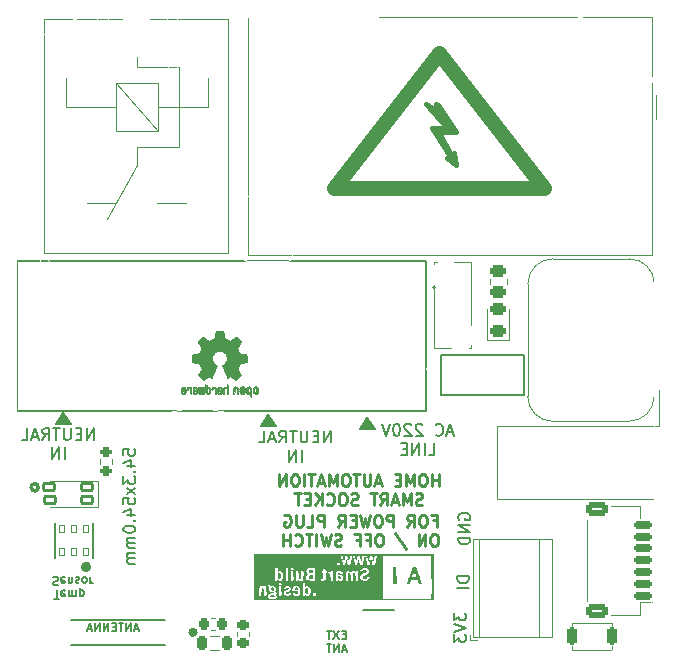
<source format=gbr>
%TF.GenerationSoftware,KiCad,Pcbnew,7.0.1*%
%TF.CreationDate,2023-04-03T11:39:16+02:00*%
%TF.ProjectId,smart_power_socket-54x54x1.6mm_3Cu,736d6172-745f-4706-9f77-65725f736f63,rev?*%
%TF.SameCoordinates,Original*%
%TF.FileFunction,Legend,Bot*%
%TF.FilePolarity,Positive*%
%FSLAX46Y46*%
G04 Gerber Fmt 4.6, Leading zero omitted, Abs format (unit mm)*
G04 Created by KiCad (PCBNEW 7.0.1) date 2023-04-03 11:39:16*
%MOMM*%
%LPD*%
G01*
G04 APERTURE LIST*
G04 Aperture macros list*
%AMRoundRect*
0 Rectangle with rounded corners*
0 $1 Rounding radius*
0 $2 $3 $4 $5 $6 $7 $8 $9 X,Y pos of 4 corners*
0 Add a 4 corners polygon primitive as box body*
4,1,4,$2,$3,$4,$5,$6,$7,$8,$9,$2,$3,0*
0 Add four circle primitives for the rounded corners*
1,1,$1+$1,$2,$3*
1,1,$1+$1,$4,$5*
1,1,$1+$1,$6,$7*
1,1,$1+$1,$8,$9*
0 Add four rect primitives between the rounded corners*
20,1,$1+$1,$2,$3,$4,$5,0*
20,1,$1+$1,$4,$5,$6,$7,0*
20,1,$1+$1,$6,$7,$8,$9,0*
20,1,$1+$1,$8,$9,$2,$3,0*%
G04 Aperture macros list end*
%ADD10C,0.150000*%
%ADD11C,0.300000*%
%ADD12C,0.250000*%
%ADD13C,0.200000*%
%ADD14C,0.120000*%
%ADD15C,0.127000*%
%ADD16C,0.381000*%
%ADD17C,0.010000*%
%ADD18C,1.270000*%
%ADD19RoundRect,0.243750X0.456250X-0.243750X0.456250X0.243750X-0.456250X0.243750X-0.456250X-0.243750X0*%
%ADD20RoundRect,0.225000X-0.225000X-0.250000X0.225000X-0.250000X0.225000X0.250000X-0.225000X0.250000X0*%
%ADD21R,1.400000X2.100000*%
%ADD22RoundRect,0.218750X-0.218750X-0.381250X0.218750X-0.381250X0.218750X0.381250X-0.218750X0.381250X0*%
%ADD23RoundRect,0.150000X0.625000X-0.150000X0.625000X0.150000X-0.625000X0.150000X-0.625000X-0.150000X0*%
%ADD24RoundRect,0.250000X0.650000X-0.350000X0.650000X0.350000X-0.650000X0.350000X-0.650000X-0.350000X0*%
%ADD25RoundRect,0.200000X-0.275000X0.200000X-0.275000X-0.200000X0.275000X-0.200000X0.275000X0.200000X0*%
%ADD26C,1.600000*%
%ADD27C,3.000000*%
%ADD28C,2.500000*%
%ADD29RoundRect,0.200000X-0.200000X-0.600000X0.200000X-0.600000X0.200000X0.600000X-0.200000X0.600000X0*%
%ADD30RoundRect,0.037100X0.227900X-0.317900X0.227900X0.317900X-0.227900X0.317900X-0.227900X-0.317900X0*%
%ADD31C,2.010000*%
%ADD32RoundRect,0.124800X0.475200X0.275200X-0.475200X0.275200X-0.475200X-0.275200X0.475200X-0.275200X0*%
%ADD33R,2.743200X2.743200*%
%ADD34C,2.743200*%
%ADD35R,2.000000X2.000000*%
%ADD36C,2.000000*%
%ADD37R,1.100000X2.250000*%
%ADD38R,1.050000X1.100000*%
%ADD39R,2.300000X2.000000*%
%ADD40C,2.300000*%
%ADD41R,2.100000X2.100000*%
%ADD42C,2.100000*%
%ADD43RoundRect,0.225000X0.250000X-0.225000X0.250000X0.225000X-0.250000X0.225000X-0.250000X-0.225000X0*%
%ADD44RoundRect,0.250000X0.450000X-0.262500X0.450000X0.262500X-0.450000X0.262500X-0.450000X-0.262500X0*%
%TA.AperFunction,Profile*%
%ADD45C,0.100000*%
%TD*%
G04 APERTURE END LIST*
D10*
X144391389Y-104913493D02*
X143121389Y-104923493D01*
X143731389Y-103973493D01*
X144391389Y-104913493D01*
G36*
X144391389Y-104913493D02*
G01*
X143121389Y-104923493D01*
X143731389Y-103973493D01*
X144391389Y-104913493D01*
G37*
D11*
X120224253Y-116595747D02*
G75*
G03*
X120224253Y-116595747I-284253J0D01*
G01*
D10*
X118650124Y-104485747D02*
X117380124Y-104495747D01*
X117990124Y-103545747D01*
X118650124Y-104485747D01*
G36*
X118650124Y-104485747D02*
G01*
X117380124Y-104495747D01*
X117990124Y-103545747D01*
X118650124Y-104485747D01*
G37*
D11*
X115897321Y-109850000D02*
G75*
G03*
X115897321Y-109850000I-297321J0D01*
G01*
D10*
X136050000Y-104690000D02*
X134780000Y-104700000D01*
X135390000Y-103750000D01*
X136050000Y-104690000D01*
G36*
X136050000Y-104690000D02*
G01*
X134780000Y-104700000D01*
X135390000Y-103750000D01*
X136050000Y-104690000D01*
G37*
X151102543Y-120503905D02*
X151102543Y-121122952D01*
X151102543Y-121122952D02*
X151483495Y-120789619D01*
X151483495Y-120789619D02*
X151483495Y-120932476D01*
X151483495Y-120932476D02*
X151531114Y-121027714D01*
X151531114Y-121027714D02*
X151578733Y-121075333D01*
X151578733Y-121075333D02*
X151673971Y-121122952D01*
X151673971Y-121122952D02*
X151912066Y-121122952D01*
X151912066Y-121122952D02*
X152007304Y-121075333D01*
X152007304Y-121075333D02*
X152054924Y-121027714D01*
X152054924Y-121027714D02*
X152102543Y-120932476D01*
X152102543Y-120932476D02*
X152102543Y-120646762D01*
X152102543Y-120646762D02*
X152054924Y-120551524D01*
X152054924Y-120551524D02*
X152007304Y-120503905D01*
X151102543Y-121408667D02*
X152102543Y-121742000D01*
X152102543Y-121742000D02*
X151102543Y-122075333D01*
X151102543Y-122313429D02*
X151102543Y-122932476D01*
X151102543Y-122932476D02*
X151483495Y-122599143D01*
X151483495Y-122599143D02*
X151483495Y-122742000D01*
X151483495Y-122742000D02*
X151531114Y-122837238D01*
X151531114Y-122837238D02*
X151578733Y-122884857D01*
X151578733Y-122884857D02*
X151673971Y-122932476D01*
X151673971Y-122932476D02*
X151912066Y-122932476D01*
X151912066Y-122932476D02*
X152007304Y-122884857D01*
X152007304Y-122884857D02*
X152054924Y-122837238D01*
X152054924Y-122837238D02*
X152102543Y-122742000D01*
X152102543Y-122742000D02*
X152102543Y-122456286D01*
X152102543Y-122456286D02*
X152054924Y-122361048D01*
X152054924Y-122361048D02*
X152007304Y-122313429D01*
X151036190Y-105196904D02*
X150560000Y-105196904D01*
X151131428Y-105482619D02*
X150798095Y-104482619D01*
X150798095Y-104482619D02*
X150464762Y-105482619D01*
X149560000Y-105387380D02*
X149607619Y-105435000D01*
X149607619Y-105435000D02*
X149750476Y-105482619D01*
X149750476Y-105482619D02*
X149845714Y-105482619D01*
X149845714Y-105482619D02*
X149988571Y-105435000D01*
X149988571Y-105435000D02*
X150083809Y-105339761D01*
X150083809Y-105339761D02*
X150131428Y-105244523D01*
X150131428Y-105244523D02*
X150179047Y-105054047D01*
X150179047Y-105054047D02*
X150179047Y-104911190D01*
X150179047Y-104911190D02*
X150131428Y-104720714D01*
X150131428Y-104720714D02*
X150083809Y-104625476D01*
X150083809Y-104625476D02*
X149988571Y-104530238D01*
X149988571Y-104530238D02*
X149845714Y-104482619D01*
X149845714Y-104482619D02*
X149750476Y-104482619D01*
X149750476Y-104482619D02*
X149607619Y-104530238D01*
X149607619Y-104530238D02*
X149560000Y-104577857D01*
X148417142Y-104577857D02*
X148369523Y-104530238D01*
X148369523Y-104530238D02*
X148274285Y-104482619D01*
X148274285Y-104482619D02*
X148036190Y-104482619D01*
X148036190Y-104482619D02*
X147940952Y-104530238D01*
X147940952Y-104530238D02*
X147893333Y-104577857D01*
X147893333Y-104577857D02*
X147845714Y-104673095D01*
X147845714Y-104673095D02*
X147845714Y-104768333D01*
X147845714Y-104768333D02*
X147893333Y-104911190D01*
X147893333Y-104911190D02*
X148464761Y-105482619D01*
X148464761Y-105482619D02*
X147845714Y-105482619D01*
X147464761Y-104577857D02*
X147417142Y-104530238D01*
X147417142Y-104530238D02*
X147321904Y-104482619D01*
X147321904Y-104482619D02*
X147083809Y-104482619D01*
X147083809Y-104482619D02*
X146988571Y-104530238D01*
X146988571Y-104530238D02*
X146940952Y-104577857D01*
X146940952Y-104577857D02*
X146893333Y-104673095D01*
X146893333Y-104673095D02*
X146893333Y-104768333D01*
X146893333Y-104768333D02*
X146940952Y-104911190D01*
X146940952Y-104911190D02*
X147512380Y-105482619D01*
X147512380Y-105482619D02*
X146893333Y-105482619D01*
X146274285Y-104482619D02*
X146179047Y-104482619D01*
X146179047Y-104482619D02*
X146083809Y-104530238D01*
X146083809Y-104530238D02*
X146036190Y-104577857D01*
X146036190Y-104577857D02*
X145988571Y-104673095D01*
X145988571Y-104673095D02*
X145940952Y-104863571D01*
X145940952Y-104863571D02*
X145940952Y-105101666D01*
X145940952Y-105101666D02*
X145988571Y-105292142D01*
X145988571Y-105292142D02*
X146036190Y-105387380D01*
X146036190Y-105387380D02*
X146083809Y-105435000D01*
X146083809Y-105435000D02*
X146179047Y-105482619D01*
X146179047Y-105482619D02*
X146274285Y-105482619D01*
X146274285Y-105482619D02*
X146369523Y-105435000D01*
X146369523Y-105435000D02*
X146417142Y-105387380D01*
X146417142Y-105387380D02*
X146464761Y-105292142D01*
X146464761Y-105292142D02*
X146512380Y-105101666D01*
X146512380Y-105101666D02*
X146512380Y-104863571D01*
X146512380Y-104863571D02*
X146464761Y-104673095D01*
X146464761Y-104673095D02*
X146417142Y-104577857D01*
X146417142Y-104577857D02*
X146369523Y-104530238D01*
X146369523Y-104530238D02*
X146274285Y-104482619D01*
X145655237Y-104482619D02*
X145321904Y-105482619D01*
X145321904Y-105482619D02*
X144988571Y-104482619D01*
X148964761Y-107102619D02*
X149440951Y-107102619D01*
X149440951Y-107102619D02*
X149440951Y-106102619D01*
X148631427Y-107102619D02*
X148631427Y-106102619D01*
X148155237Y-107102619D02*
X148155237Y-106102619D01*
X148155237Y-106102619D02*
X147583809Y-107102619D01*
X147583809Y-107102619D02*
X147583809Y-106102619D01*
X147107618Y-106578809D02*
X146774285Y-106578809D01*
X146631428Y-107102619D02*
X147107618Y-107102619D01*
X147107618Y-107102619D02*
X147107618Y-106102619D01*
X147107618Y-106102619D02*
X146631428Y-106102619D01*
D12*
X149288971Y-112660809D02*
X149622304Y-112660809D01*
X149622304Y-113184619D02*
X149622304Y-112184619D01*
X149622304Y-112184619D02*
X149146114Y-112184619D01*
X148574685Y-112184619D02*
X148384209Y-112184619D01*
X148384209Y-112184619D02*
X148288971Y-112232238D01*
X148288971Y-112232238D02*
X148193733Y-112327476D01*
X148193733Y-112327476D02*
X148146114Y-112517952D01*
X148146114Y-112517952D02*
X148146114Y-112851285D01*
X148146114Y-112851285D02*
X148193733Y-113041761D01*
X148193733Y-113041761D02*
X148288971Y-113137000D01*
X148288971Y-113137000D02*
X148384209Y-113184619D01*
X148384209Y-113184619D02*
X148574685Y-113184619D01*
X148574685Y-113184619D02*
X148669923Y-113137000D01*
X148669923Y-113137000D02*
X148765161Y-113041761D01*
X148765161Y-113041761D02*
X148812780Y-112851285D01*
X148812780Y-112851285D02*
X148812780Y-112517952D01*
X148812780Y-112517952D02*
X148765161Y-112327476D01*
X148765161Y-112327476D02*
X148669923Y-112232238D01*
X148669923Y-112232238D02*
X148574685Y-112184619D01*
X147146114Y-113184619D02*
X147479447Y-112708428D01*
X147717542Y-113184619D02*
X147717542Y-112184619D01*
X147717542Y-112184619D02*
X147336590Y-112184619D01*
X147336590Y-112184619D02*
X147241352Y-112232238D01*
X147241352Y-112232238D02*
X147193733Y-112279857D01*
X147193733Y-112279857D02*
X147146114Y-112375095D01*
X147146114Y-112375095D02*
X147146114Y-112517952D01*
X147146114Y-112517952D02*
X147193733Y-112613190D01*
X147193733Y-112613190D02*
X147241352Y-112660809D01*
X147241352Y-112660809D02*
X147336590Y-112708428D01*
X147336590Y-112708428D02*
X147717542Y-112708428D01*
X145955637Y-113184619D02*
X145955637Y-112184619D01*
X145955637Y-112184619D02*
X145574685Y-112184619D01*
X145574685Y-112184619D02*
X145479447Y-112232238D01*
X145479447Y-112232238D02*
X145431828Y-112279857D01*
X145431828Y-112279857D02*
X145384209Y-112375095D01*
X145384209Y-112375095D02*
X145384209Y-112517952D01*
X145384209Y-112517952D02*
X145431828Y-112613190D01*
X145431828Y-112613190D02*
X145479447Y-112660809D01*
X145479447Y-112660809D02*
X145574685Y-112708428D01*
X145574685Y-112708428D02*
X145955637Y-112708428D01*
X144765161Y-112184619D02*
X144574685Y-112184619D01*
X144574685Y-112184619D02*
X144479447Y-112232238D01*
X144479447Y-112232238D02*
X144384209Y-112327476D01*
X144384209Y-112327476D02*
X144336590Y-112517952D01*
X144336590Y-112517952D02*
X144336590Y-112851285D01*
X144336590Y-112851285D02*
X144384209Y-113041761D01*
X144384209Y-113041761D02*
X144479447Y-113137000D01*
X144479447Y-113137000D02*
X144574685Y-113184619D01*
X144574685Y-113184619D02*
X144765161Y-113184619D01*
X144765161Y-113184619D02*
X144860399Y-113137000D01*
X144860399Y-113137000D02*
X144955637Y-113041761D01*
X144955637Y-113041761D02*
X145003256Y-112851285D01*
X145003256Y-112851285D02*
X145003256Y-112517952D01*
X145003256Y-112517952D02*
X144955637Y-112327476D01*
X144955637Y-112327476D02*
X144860399Y-112232238D01*
X144860399Y-112232238D02*
X144765161Y-112184619D01*
X144003256Y-112184619D02*
X143765161Y-113184619D01*
X143765161Y-113184619D02*
X143574685Y-112470333D01*
X143574685Y-112470333D02*
X143384209Y-113184619D01*
X143384209Y-113184619D02*
X143146114Y-112184619D01*
X142765161Y-112660809D02*
X142431828Y-112660809D01*
X142288971Y-113184619D02*
X142765161Y-113184619D01*
X142765161Y-113184619D02*
X142765161Y-112184619D01*
X142765161Y-112184619D02*
X142288971Y-112184619D01*
X141288971Y-113184619D02*
X141622304Y-112708428D01*
X141860399Y-113184619D02*
X141860399Y-112184619D01*
X141860399Y-112184619D02*
X141479447Y-112184619D01*
X141479447Y-112184619D02*
X141384209Y-112232238D01*
X141384209Y-112232238D02*
X141336590Y-112279857D01*
X141336590Y-112279857D02*
X141288971Y-112375095D01*
X141288971Y-112375095D02*
X141288971Y-112517952D01*
X141288971Y-112517952D02*
X141336590Y-112613190D01*
X141336590Y-112613190D02*
X141384209Y-112660809D01*
X141384209Y-112660809D02*
X141479447Y-112708428D01*
X141479447Y-112708428D02*
X141860399Y-112708428D01*
X140098494Y-113184619D02*
X140098494Y-112184619D01*
X140098494Y-112184619D02*
X139717542Y-112184619D01*
X139717542Y-112184619D02*
X139622304Y-112232238D01*
X139622304Y-112232238D02*
X139574685Y-112279857D01*
X139574685Y-112279857D02*
X139527066Y-112375095D01*
X139527066Y-112375095D02*
X139527066Y-112517952D01*
X139527066Y-112517952D02*
X139574685Y-112613190D01*
X139574685Y-112613190D02*
X139622304Y-112660809D01*
X139622304Y-112660809D02*
X139717542Y-112708428D01*
X139717542Y-112708428D02*
X140098494Y-112708428D01*
X138622304Y-113184619D02*
X139098494Y-113184619D01*
X139098494Y-113184619D02*
X139098494Y-112184619D01*
X138288970Y-112184619D02*
X138288970Y-112994142D01*
X138288970Y-112994142D02*
X138241351Y-113089380D01*
X138241351Y-113089380D02*
X138193732Y-113137000D01*
X138193732Y-113137000D02*
X138098494Y-113184619D01*
X138098494Y-113184619D02*
X137908018Y-113184619D01*
X137908018Y-113184619D02*
X137812780Y-113137000D01*
X137812780Y-113137000D02*
X137765161Y-113089380D01*
X137765161Y-113089380D02*
X137717542Y-112994142D01*
X137717542Y-112994142D02*
X137717542Y-112184619D01*
X136717542Y-112232238D02*
X136812780Y-112184619D01*
X136812780Y-112184619D02*
X136955637Y-112184619D01*
X136955637Y-112184619D02*
X137098494Y-112232238D01*
X137098494Y-112232238D02*
X137193732Y-112327476D01*
X137193732Y-112327476D02*
X137241351Y-112422714D01*
X137241351Y-112422714D02*
X137288970Y-112613190D01*
X137288970Y-112613190D02*
X137288970Y-112756047D01*
X137288970Y-112756047D02*
X137241351Y-112946523D01*
X137241351Y-112946523D02*
X137193732Y-113041761D01*
X137193732Y-113041761D02*
X137098494Y-113137000D01*
X137098494Y-113137000D02*
X136955637Y-113184619D01*
X136955637Y-113184619D02*
X136860399Y-113184619D01*
X136860399Y-113184619D02*
X136717542Y-113137000D01*
X136717542Y-113137000D02*
X136669923Y-113089380D01*
X136669923Y-113089380D02*
X136669923Y-112756047D01*
X136669923Y-112756047D02*
X136860399Y-112756047D01*
X149527066Y-113804619D02*
X149336590Y-113804619D01*
X149336590Y-113804619D02*
X149241352Y-113852238D01*
X149241352Y-113852238D02*
X149146114Y-113947476D01*
X149146114Y-113947476D02*
X149098495Y-114137952D01*
X149098495Y-114137952D02*
X149098495Y-114471285D01*
X149098495Y-114471285D02*
X149146114Y-114661761D01*
X149146114Y-114661761D02*
X149241352Y-114757000D01*
X149241352Y-114757000D02*
X149336590Y-114804619D01*
X149336590Y-114804619D02*
X149527066Y-114804619D01*
X149527066Y-114804619D02*
X149622304Y-114757000D01*
X149622304Y-114757000D02*
X149717542Y-114661761D01*
X149717542Y-114661761D02*
X149765161Y-114471285D01*
X149765161Y-114471285D02*
X149765161Y-114137952D01*
X149765161Y-114137952D02*
X149717542Y-113947476D01*
X149717542Y-113947476D02*
X149622304Y-113852238D01*
X149622304Y-113852238D02*
X149527066Y-113804619D01*
X148669923Y-114804619D02*
X148669923Y-113804619D01*
X148669923Y-113804619D02*
X148098495Y-114804619D01*
X148098495Y-114804619D02*
X148098495Y-113804619D01*
X146146114Y-113757000D02*
X147003256Y-115042714D01*
X144860399Y-113804619D02*
X144669923Y-113804619D01*
X144669923Y-113804619D02*
X144574685Y-113852238D01*
X144574685Y-113852238D02*
X144479447Y-113947476D01*
X144479447Y-113947476D02*
X144431828Y-114137952D01*
X144431828Y-114137952D02*
X144431828Y-114471285D01*
X144431828Y-114471285D02*
X144479447Y-114661761D01*
X144479447Y-114661761D02*
X144574685Y-114757000D01*
X144574685Y-114757000D02*
X144669923Y-114804619D01*
X144669923Y-114804619D02*
X144860399Y-114804619D01*
X144860399Y-114804619D02*
X144955637Y-114757000D01*
X144955637Y-114757000D02*
X145050875Y-114661761D01*
X145050875Y-114661761D02*
X145098494Y-114471285D01*
X145098494Y-114471285D02*
X145098494Y-114137952D01*
X145098494Y-114137952D02*
X145050875Y-113947476D01*
X145050875Y-113947476D02*
X144955637Y-113852238D01*
X144955637Y-113852238D02*
X144860399Y-113804619D01*
X143669923Y-114280809D02*
X144003256Y-114280809D01*
X144003256Y-114804619D02*
X144003256Y-113804619D01*
X144003256Y-113804619D02*
X143527066Y-113804619D01*
X142812780Y-114280809D02*
X143146113Y-114280809D01*
X143146113Y-114804619D02*
X143146113Y-113804619D01*
X143146113Y-113804619D02*
X142669923Y-113804619D01*
X141574684Y-114757000D02*
X141431827Y-114804619D01*
X141431827Y-114804619D02*
X141193732Y-114804619D01*
X141193732Y-114804619D02*
X141098494Y-114757000D01*
X141098494Y-114757000D02*
X141050875Y-114709380D01*
X141050875Y-114709380D02*
X141003256Y-114614142D01*
X141003256Y-114614142D02*
X141003256Y-114518904D01*
X141003256Y-114518904D02*
X141050875Y-114423666D01*
X141050875Y-114423666D02*
X141098494Y-114376047D01*
X141098494Y-114376047D02*
X141193732Y-114328428D01*
X141193732Y-114328428D02*
X141384208Y-114280809D01*
X141384208Y-114280809D02*
X141479446Y-114233190D01*
X141479446Y-114233190D02*
X141527065Y-114185571D01*
X141527065Y-114185571D02*
X141574684Y-114090333D01*
X141574684Y-114090333D02*
X141574684Y-113995095D01*
X141574684Y-113995095D02*
X141527065Y-113899857D01*
X141527065Y-113899857D02*
X141479446Y-113852238D01*
X141479446Y-113852238D02*
X141384208Y-113804619D01*
X141384208Y-113804619D02*
X141146113Y-113804619D01*
X141146113Y-113804619D02*
X141003256Y-113852238D01*
X140669922Y-113804619D02*
X140431827Y-114804619D01*
X140431827Y-114804619D02*
X140241351Y-114090333D01*
X140241351Y-114090333D02*
X140050875Y-114804619D01*
X140050875Y-114804619D02*
X139812780Y-113804619D01*
X139431827Y-114804619D02*
X139431827Y-113804619D01*
X139098494Y-113804619D02*
X138527066Y-113804619D01*
X138812780Y-114804619D02*
X138812780Y-113804619D01*
X137622304Y-114709380D02*
X137669923Y-114757000D01*
X137669923Y-114757000D02*
X137812780Y-114804619D01*
X137812780Y-114804619D02*
X137908018Y-114804619D01*
X137908018Y-114804619D02*
X138050875Y-114757000D01*
X138050875Y-114757000D02*
X138146113Y-114661761D01*
X138146113Y-114661761D02*
X138193732Y-114566523D01*
X138193732Y-114566523D02*
X138241351Y-114376047D01*
X138241351Y-114376047D02*
X138241351Y-114233190D01*
X138241351Y-114233190D02*
X138193732Y-114042714D01*
X138193732Y-114042714D02*
X138146113Y-113947476D01*
X138146113Y-113947476D02*
X138050875Y-113852238D01*
X138050875Y-113852238D02*
X137908018Y-113804619D01*
X137908018Y-113804619D02*
X137812780Y-113804619D01*
X137812780Y-113804619D02*
X137669923Y-113852238D01*
X137669923Y-113852238D02*
X137622304Y-113899857D01*
X137193732Y-114804619D02*
X137193732Y-113804619D01*
X137193732Y-114280809D02*
X136622304Y-114280809D01*
X136622304Y-114804619D02*
X136622304Y-113804619D01*
D10*
X140646190Y-106052619D02*
X140646190Y-105052619D01*
X140646190Y-105052619D02*
X140074762Y-106052619D01*
X140074762Y-106052619D02*
X140074762Y-105052619D01*
X139598571Y-105528809D02*
X139265238Y-105528809D01*
X139122381Y-106052619D02*
X139598571Y-106052619D01*
X139598571Y-106052619D02*
X139598571Y-105052619D01*
X139598571Y-105052619D02*
X139122381Y-105052619D01*
X138693809Y-105052619D02*
X138693809Y-105862142D01*
X138693809Y-105862142D02*
X138646190Y-105957380D01*
X138646190Y-105957380D02*
X138598571Y-106005000D01*
X138598571Y-106005000D02*
X138503333Y-106052619D01*
X138503333Y-106052619D02*
X138312857Y-106052619D01*
X138312857Y-106052619D02*
X138217619Y-106005000D01*
X138217619Y-106005000D02*
X138170000Y-105957380D01*
X138170000Y-105957380D02*
X138122381Y-105862142D01*
X138122381Y-105862142D02*
X138122381Y-105052619D01*
X137789047Y-105052619D02*
X137217619Y-105052619D01*
X137503333Y-106052619D02*
X137503333Y-105052619D01*
X136312857Y-106052619D02*
X136646190Y-105576428D01*
X136884285Y-106052619D02*
X136884285Y-105052619D01*
X136884285Y-105052619D02*
X136503333Y-105052619D01*
X136503333Y-105052619D02*
X136408095Y-105100238D01*
X136408095Y-105100238D02*
X136360476Y-105147857D01*
X136360476Y-105147857D02*
X136312857Y-105243095D01*
X136312857Y-105243095D02*
X136312857Y-105385952D01*
X136312857Y-105385952D02*
X136360476Y-105481190D01*
X136360476Y-105481190D02*
X136408095Y-105528809D01*
X136408095Y-105528809D02*
X136503333Y-105576428D01*
X136503333Y-105576428D02*
X136884285Y-105576428D01*
X135931904Y-105766904D02*
X135455714Y-105766904D01*
X136027142Y-106052619D02*
X135693809Y-105052619D01*
X135693809Y-105052619D02*
X135360476Y-106052619D01*
X134550952Y-106052619D02*
X135027142Y-106052619D01*
X135027142Y-106052619D02*
X135027142Y-105052619D01*
X138193808Y-107672619D02*
X138193808Y-106672619D01*
X137717618Y-107672619D02*
X137717618Y-106672619D01*
X137717618Y-106672619D02*
X137146190Y-107672619D01*
X137146190Y-107672619D02*
X137146190Y-106672619D01*
X120586114Y-105844619D02*
X120586114Y-104844619D01*
X120586114Y-104844619D02*
X120014686Y-105844619D01*
X120014686Y-105844619D02*
X120014686Y-104844619D01*
X119538495Y-105320809D02*
X119205162Y-105320809D01*
X119062305Y-105844619D02*
X119538495Y-105844619D01*
X119538495Y-105844619D02*
X119538495Y-104844619D01*
X119538495Y-104844619D02*
X119062305Y-104844619D01*
X118633733Y-104844619D02*
X118633733Y-105654142D01*
X118633733Y-105654142D02*
X118586114Y-105749380D01*
X118586114Y-105749380D02*
X118538495Y-105797000D01*
X118538495Y-105797000D02*
X118443257Y-105844619D01*
X118443257Y-105844619D02*
X118252781Y-105844619D01*
X118252781Y-105844619D02*
X118157543Y-105797000D01*
X118157543Y-105797000D02*
X118109924Y-105749380D01*
X118109924Y-105749380D02*
X118062305Y-105654142D01*
X118062305Y-105654142D02*
X118062305Y-104844619D01*
X117728971Y-104844619D02*
X117157543Y-104844619D01*
X117443257Y-105844619D02*
X117443257Y-104844619D01*
X116252781Y-105844619D02*
X116586114Y-105368428D01*
X116824209Y-105844619D02*
X116824209Y-104844619D01*
X116824209Y-104844619D02*
X116443257Y-104844619D01*
X116443257Y-104844619D02*
X116348019Y-104892238D01*
X116348019Y-104892238D02*
X116300400Y-104939857D01*
X116300400Y-104939857D02*
X116252781Y-105035095D01*
X116252781Y-105035095D02*
X116252781Y-105177952D01*
X116252781Y-105177952D02*
X116300400Y-105273190D01*
X116300400Y-105273190D02*
X116348019Y-105320809D01*
X116348019Y-105320809D02*
X116443257Y-105368428D01*
X116443257Y-105368428D02*
X116824209Y-105368428D01*
X115871828Y-105558904D02*
X115395638Y-105558904D01*
X115967066Y-105844619D02*
X115633733Y-104844619D01*
X115633733Y-104844619D02*
X115300400Y-105844619D01*
X114490876Y-105844619D02*
X114967066Y-105844619D01*
X114967066Y-105844619D02*
X114967066Y-104844619D01*
X118133732Y-107464619D02*
X118133732Y-106464619D01*
X117657542Y-107464619D02*
X117657542Y-106464619D01*
X117657542Y-106464619D02*
X117086114Y-107464619D01*
X117086114Y-107464619D02*
X117086114Y-106464619D01*
X151510162Y-112580095D02*
X151462543Y-112484857D01*
X151462543Y-112484857D02*
X151462543Y-112342000D01*
X151462543Y-112342000D02*
X151510162Y-112199143D01*
X151510162Y-112199143D02*
X151605400Y-112103905D01*
X151605400Y-112103905D02*
X151700638Y-112056286D01*
X151700638Y-112056286D02*
X151891114Y-112008667D01*
X151891114Y-112008667D02*
X152033971Y-112008667D01*
X152033971Y-112008667D02*
X152224447Y-112056286D01*
X152224447Y-112056286D02*
X152319685Y-112103905D01*
X152319685Y-112103905D02*
X152414924Y-112199143D01*
X152414924Y-112199143D02*
X152462543Y-112342000D01*
X152462543Y-112342000D02*
X152462543Y-112437238D01*
X152462543Y-112437238D02*
X152414924Y-112580095D01*
X152414924Y-112580095D02*
X152367304Y-112627714D01*
X152367304Y-112627714D02*
X152033971Y-112627714D01*
X152033971Y-112627714D02*
X152033971Y-112437238D01*
X152462543Y-113056286D02*
X151462543Y-113056286D01*
X151462543Y-113056286D02*
X152462543Y-113627714D01*
X152462543Y-113627714D02*
X151462543Y-113627714D01*
X152462543Y-114103905D02*
X151462543Y-114103905D01*
X151462543Y-114103905D02*
X151462543Y-114342000D01*
X151462543Y-114342000D02*
X151510162Y-114484857D01*
X151510162Y-114484857D02*
X151605400Y-114580095D01*
X151605400Y-114580095D02*
X151700638Y-114627714D01*
X151700638Y-114627714D02*
X151891114Y-114675333D01*
X151891114Y-114675333D02*
X152033971Y-114675333D01*
X152033971Y-114675333D02*
X152224447Y-114627714D01*
X152224447Y-114627714D02*
X152319685Y-114580095D01*
X152319685Y-114580095D02*
X152414924Y-114484857D01*
X152414924Y-114484857D02*
X152462543Y-114342000D01*
X152462543Y-114342000D02*
X152462543Y-114103905D01*
D13*
X123102619Y-107112857D02*
X123102619Y-106636667D01*
X123102619Y-106636667D02*
X123578809Y-106589048D01*
X123578809Y-106589048D02*
X123531190Y-106636667D01*
X123531190Y-106636667D02*
X123483571Y-106731905D01*
X123483571Y-106731905D02*
X123483571Y-106970000D01*
X123483571Y-106970000D02*
X123531190Y-107065238D01*
X123531190Y-107065238D02*
X123578809Y-107112857D01*
X123578809Y-107112857D02*
X123674047Y-107160476D01*
X123674047Y-107160476D02*
X123912142Y-107160476D01*
X123912142Y-107160476D02*
X124007380Y-107112857D01*
X124007380Y-107112857D02*
X124055000Y-107065238D01*
X124055000Y-107065238D02*
X124102619Y-106970000D01*
X124102619Y-106970000D02*
X124102619Y-106731905D01*
X124102619Y-106731905D02*
X124055000Y-106636667D01*
X124055000Y-106636667D02*
X124007380Y-106589048D01*
X123435952Y-108017619D02*
X124102619Y-108017619D01*
X123055000Y-107779524D02*
X123769285Y-107541429D01*
X123769285Y-107541429D02*
X123769285Y-108160476D01*
X124007380Y-108541429D02*
X124055000Y-108589048D01*
X124055000Y-108589048D02*
X124102619Y-108541429D01*
X124102619Y-108541429D02*
X124055000Y-108493810D01*
X124055000Y-108493810D02*
X124007380Y-108541429D01*
X124007380Y-108541429D02*
X124102619Y-108541429D01*
X123102619Y-108922381D02*
X123102619Y-109541428D01*
X123102619Y-109541428D02*
X123483571Y-109208095D01*
X123483571Y-109208095D02*
X123483571Y-109350952D01*
X123483571Y-109350952D02*
X123531190Y-109446190D01*
X123531190Y-109446190D02*
X123578809Y-109493809D01*
X123578809Y-109493809D02*
X123674047Y-109541428D01*
X123674047Y-109541428D02*
X123912142Y-109541428D01*
X123912142Y-109541428D02*
X124007380Y-109493809D01*
X124007380Y-109493809D02*
X124055000Y-109446190D01*
X124055000Y-109446190D02*
X124102619Y-109350952D01*
X124102619Y-109350952D02*
X124102619Y-109065238D01*
X124102619Y-109065238D02*
X124055000Y-108970000D01*
X124055000Y-108970000D02*
X124007380Y-108922381D01*
X124102619Y-109874762D02*
X123435952Y-110398571D01*
X123435952Y-109874762D02*
X124102619Y-110398571D01*
X123102619Y-111255714D02*
X123102619Y-110779524D01*
X123102619Y-110779524D02*
X123578809Y-110731905D01*
X123578809Y-110731905D02*
X123531190Y-110779524D01*
X123531190Y-110779524D02*
X123483571Y-110874762D01*
X123483571Y-110874762D02*
X123483571Y-111112857D01*
X123483571Y-111112857D02*
X123531190Y-111208095D01*
X123531190Y-111208095D02*
X123578809Y-111255714D01*
X123578809Y-111255714D02*
X123674047Y-111303333D01*
X123674047Y-111303333D02*
X123912142Y-111303333D01*
X123912142Y-111303333D02*
X124007380Y-111255714D01*
X124007380Y-111255714D02*
X124055000Y-111208095D01*
X124055000Y-111208095D02*
X124102619Y-111112857D01*
X124102619Y-111112857D02*
X124102619Y-110874762D01*
X124102619Y-110874762D02*
X124055000Y-110779524D01*
X124055000Y-110779524D02*
X124007380Y-110731905D01*
X123435952Y-112160476D02*
X124102619Y-112160476D01*
X123055000Y-111922381D02*
X123769285Y-111684286D01*
X123769285Y-111684286D02*
X123769285Y-112303333D01*
X124007380Y-112684286D02*
X124055000Y-112731905D01*
X124055000Y-112731905D02*
X124102619Y-112684286D01*
X124102619Y-112684286D02*
X124055000Y-112636667D01*
X124055000Y-112636667D02*
X124007380Y-112684286D01*
X124007380Y-112684286D02*
X124102619Y-112684286D01*
X123102619Y-113350952D02*
X123102619Y-113446190D01*
X123102619Y-113446190D02*
X123150238Y-113541428D01*
X123150238Y-113541428D02*
X123197857Y-113589047D01*
X123197857Y-113589047D02*
X123293095Y-113636666D01*
X123293095Y-113636666D02*
X123483571Y-113684285D01*
X123483571Y-113684285D02*
X123721666Y-113684285D01*
X123721666Y-113684285D02*
X123912142Y-113636666D01*
X123912142Y-113636666D02*
X124007380Y-113589047D01*
X124007380Y-113589047D02*
X124055000Y-113541428D01*
X124055000Y-113541428D02*
X124102619Y-113446190D01*
X124102619Y-113446190D02*
X124102619Y-113350952D01*
X124102619Y-113350952D02*
X124055000Y-113255714D01*
X124055000Y-113255714D02*
X124007380Y-113208095D01*
X124007380Y-113208095D02*
X123912142Y-113160476D01*
X123912142Y-113160476D02*
X123721666Y-113112857D01*
X123721666Y-113112857D02*
X123483571Y-113112857D01*
X123483571Y-113112857D02*
X123293095Y-113160476D01*
X123293095Y-113160476D02*
X123197857Y-113208095D01*
X123197857Y-113208095D02*
X123150238Y-113255714D01*
X123150238Y-113255714D02*
X123102619Y-113350952D01*
X124102619Y-114112857D02*
X123435952Y-114112857D01*
X123531190Y-114112857D02*
X123483571Y-114160476D01*
X123483571Y-114160476D02*
X123435952Y-114255714D01*
X123435952Y-114255714D02*
X123435952Y-114398571D01*
X123435952Y-114398571D02*
X123483571Y-114493809D01*
X123483571Y-114493809D02*
X123578809Y-114541428D01*
X123578809Y-114541428D02*
X124102619Y-114541428D01*
X123578809Y-114541428D02*
X123483571Y-114589047D01*
X123483571Y-114589047D02*
X123435952Y-114684285D01*
X123435952Y-114684285D02*
X123435952Y-114827142D01*
X123435952Y-114827142D02*
X123483571Y-114922381D01*
X123483571Y-114922381D02*
X123578809Y-114970000D01*
X123578809Y-114970000D02*
X124102619Y-114970000D01*
X124102619Y-115446190D02*
X123435952Y-115446190D01*
X123531190Y-115446190D02*
X123483571Y-115493809D01*
X123483571Y-115493809D02*
X123435952Y-115589047D01*
X123435952Y-115589047D02*
X123435952Y-115731904D01*
X123435952Y-115731904D02*
X123483571Y-115827142D01*
X123483571Y-115827142D02*
X123578809Y-115874761D01*
X123578809Y-115874761D02*
X124102619Y-115874761D01*
X123578809Y-115874761D02*
X123483571Y-115922380D01*
X123483571Y-115922380D02*
X123435952Y-116017618D01*
X123435952Y-116017618D02*
X123435952Y-116160475D01*
X123435952Y-116160475D02*
X123483571Y-116255714D01*
X123483571Y-116255714D02*
X123578809Y-116303333D01*
X123578809Y-116303333D02*
X124102619Y-116303333D01*
D10*
X124379998Y-121843833D02*
X124046665Y-121843833D01*
X124446665Y-122043833D02*
X124213332Y-121343833D01*
X124213332Y-121343833D02*
X123979998Y-122043833D01*
X123746665Y-122043833D02*
X123746665Y-121343833D01*
X123746665Y-121343833D02*
X123346665Y-122043833D01*
X123346665Y-122043833D02*
X123346665Y-121343833D01*
X123113332Y-121343833D02*
X122713332Y-121343833D01*
X122913332Y-122043833D02*
X122913332Y-121343833D01*
X122479999Y-121677166D02*
X122246666Y-121677166D01*
X122146666Y-122043833D02*
X122479999Y-122043833D01*
X122479999Y-122043833D02*
X122479999Y-121343833D01*
X122479999Y-121343833D02*
X122146666Y-121343833D01*
X121846666Y-122043833D02*
X121846666Y-121343833D01*
X121846666Y-121343833D02*
X121446666Y-122043833D01*
X121446666Y-122043833D02*
X121446666Y-121343833D01*
X121113333Y-122043833D02*
X121113333Y-121343833D01*
X121113333Y-121343833D02*
X120713333Y-122043833D01*
X120713333Y-122043833D02*
X120713333Y-121343833D01*
X120413333Y-121843833D02*
X120080000Y-121843833D01*
X120480000Y-122043833D02*
X120246667Y-121343833D01*
X120246667Y-121343833D02*
X120013333Y-122043833D01*
X141929999Y-122310166D02*
X141696666Y-122310166D01*
X141596666Y-122676833D02*
X141929999Y-122676833D01*
X141929999Y-122676833D02*
X141929999Y-121976833D01*
X141929999Y-121976833D02*
X141596666Y-121976833D01*
X141363333Y-121976833D02*
X140896666Y-122676833D01*
X140896666Y-121976833D02*
X141363333Y-122676833D01*
X140729999Y-121976833D02*
X140329999Y-121976833D01*
X140529999Y-122676833D02*
X140529999Y-121976833D01*
X141979999Y-123610833D02*
X141646666Y-123610833D01*
X142046666Y-123810833D02*
X141813333Y-123110833D01*
X141813333Y-123110833D02*
X141579999Y-123810833D01*
X141346666Y-123810833D02*
X141346666Y-123110833D01*
X141346666Y-123110833D02*
X140946666Y-123810833D01*
X140946666Y-123810833D02*
X140946666Y-123110833D01*
X140713333Y-123110833D02*
X140313333Y-123110833D01*
X140513333Y-123810833D02*
X140513333Y-123110833D01*
D12*
X149788018Y-109734619D02*
X149788018Y-108734619D01*
X149788018Y-109210809D02*
X149216590Y-109210809D01*
X149216590Y-109734619D02*
X149216590Y-108734619D01*
X148549923Y-108734619D02*
X148359447Y-108734619D01*
X148359447Y-108734619D02*
X148264209Y-108782238D01*
X148264209Y-108782238D02*
X148168971Y-108877476D01*
X148168971Y-108877476D02*
X148121352Y-109067952D01*
X148121352Y-109067952D02*
X148121352Y-109401285D01*
X148121352Y-109401285D02*
X148168971Y-109591761D01*
X148168971Y-109591761D02*
X148264209Y-109687000D01*
X148264209Y-109687000D02*
X148359447Y-109734619D01*
X148359447Y-109734619D02*
X148549923Y-109734619D01*
X148549923Y-109734619D02*
X148645161Y-109687000D01*
X148645161Y-109687000D02*
X148740399Y-109591761D01*
X148740399Y-109591761D02*
X148788018Y-109401285D01*
X148788018Y-109401285D02*
X148788018Y-109067952D01*
X148788018Y-109067952D02*
X148740399Y-108877476D01*
X148740399Y-108877476D02*
X148645161Y-108782238D01*
X148645161Y-108782238D02*
X148549923Y-108734619D01*
X147692780Y-109734619D02*
X147692780Y-108734619D01*
X147692780Y-108734619D02*
X147359447Y-109448904D01*
X147359447Y-109448904D02*
X147026114Y-108734619D01*
X147026114Y-108734619D02*
X147026114Y-109734619D01*
X146549923Y-109210809D02*
X146216590Y-109210809D01*
X146073733Y-109734619D02*
X146549923Y-109734619D01*
X146549923Y-109734619D02*
X146549923Y-108734619D01*
X146549923Y-108734619D02*
X146073733Y-108734619D01*
X144930875Y-109448904D02*
X144454685Y-109448904D01*
X145026113Y-109734619D02*
X144692780Y-108734619D01*
X144692780Y-108734619D02*
X144359447Y-109734619D01*
X144026113Y-108734619D02*
X144026113Y-109544142D01*
X144026113Y-109544142D02*
X143978494Y-109639380D01*
X143978494Y-109639380D02*
X143930875Y-109687000D01*
X143930875Y-109687000D02*
X143835637Y-109734619D01*
X143835637Y-109734619D02*
X143645161Y-109734619D01*
X143645161Y-109734619D02*
X143549923Y-109687000D01*
X143549923Y-109687000D02*
X143502304Y-109639380D01*
X143502304Y-109639380D02*
X143454685Y-109544142D01*
X143454685Y-109544142D02*
X143454685Y-108734619D01*
X143121351Y-108734619D02*
X142549923Y-108734619D01*
X142835637Y-109734619D02*
X142835637Y-108734619D01*
X142026113Y-108734619D02*
X141835637Y-108734619D01*
X141835637Y-108734619D02*
X141740399Y-108782238D01*
X141740399Y-108782238D02*
X141645161Y-108877476D01*
X141645161Y-108877476D02*
X141597542Y-109067952D01*
X141597542Y-109067952D02*
X141597542Y-109401285D01*
X141597542Y-109401285D02*
X141645161Y-109591761D01*
X141645161Y-109591761D02*
X141740399Y-109687000D01*
X141740399Y-109687000D02*
X141835637Y-109734619D01*
X141835637Y-109734619D02*
X142026113Y-109734619D01*
X142026113Y-109734619D02*
X142121351Y-109687000D01*
X142121351Y-109687000D02*
X142216589Y-109591761D01*
X142216589Y-109591761D02*
X142264208Y-109401285D01*
X142264208Y-109401285D02*
X142264208Y-109067952D01*
X142264208Y-109067952D02*
X142216589Y-108877476D01*
X142216589Y-108877476D02*
X142121351Y-108782238D01*
X142121351Y-108782238D02*
X142026113Y-108734619D01*
X141168970Y-109734619D02*
X141168970Y-108734619D01*
X141168970Y-108734619D02*
X140835637Y-109448904D01*
X140835637Y-109448904D02*
X140502304Y-108734619D01*
X140502304Y-108734619D02*
X140502304Y-109734619D01*
X140073732Y-109448904D02*
X139597542Y-109448904D01*
X140168970Y-109734619D02*
X139835637Y-108734619D01*
X139835637Y-108734619D02*
X139502304Y-109734619D01*
X139311827Y-108734619D02*
X138740399Y-108734619D01*
X139026113Y-109734619D02*
X139026113Y-108734619D01*
X138407065Y-109734619D02*
X138407065Y-108734619D01*
X137740399Y-108734619D02*
X137549923Y-108734619D01*
X137549923Y-108734619D02*
X137454685Y-108782238D01*
X137454685Y-108782238D02*
X137359447Y-108877476D01*
X137359447Y-108877476D02*
X137311828Y-109067952D01*
X137311828Y-109067952D02*
X137311828Y-109401285D01*
X137311828Y-109401285D02*
X137359447Y-109591761D01*
X137359447Y-109591761D02*
X137454685Y-109687000D01*
X137454685Y-109687000D02*
X137549923Y-109734619D01*
X137549923Y-109734619D02*
X137740399Y-109734619D01*
X137740399Y-109734619D02*
X137835637Y-109687000D01*
X137835637Y-109687000D02*
X137930875Y-109591761D01*
X137930875Y-109591761D02*
X137978494Y-109401285D01*
X137978494Y-109401285D02*
X137978494Y-109067952D01*
X137978494Y-109067952D02*
X137930875Y-108877476D01*
X137930875Y-108877476D02*
X137835637Y-108782238D01*
X137835637Y-108782238D02*
X137740399Y-108734619D01*
X136883256Y-109734619D02*
X136883256Y-108734619D01*
X136883256Y-108734619D02*
X136311828Y-109734619D01*
X136311828Y-109734619D02*
X136311828Y-108734619D01*
X148430876Y-111307000D02*
X148288019Y-111354619D01*
X148288019Y-111354619D02*
X148049924Y-111354619D01*
X148049924Y-111354619D02*
X147954686Y-111307000D01*
X147954686Y-111307000D02*
X147907067Y-111259380D01*
X147907067Y-111259380D02*
X147859448Y-111164142D01*
X147859448Y-111164142D02*
X147859448Y-111068904D01*
X147859448Y-111068904D02*
X147907067Y-110973666D01*
X147907067Y-110973666D02*
X147954686Y-110926047D01*
X147954686Y-110926047D02*
X148049924Y-110878428D01*
X148049924Y-110878428D02*
X148240400Y-110830809D01*
X148240400Y-110830809D02*
X148335638Y-110783190D01*
X148335638Y-110783190D02*
X148383257Y-110735571D01*
X148383257Y-110735571D02*
X148430876Y-110640333D01*
X148430876Y-110640333D02*
X148430876Y-110545095D01*
X148430876Y-110545095D02*
X148383257Y-110449857D01*
X148383257Y-110449857D02*
X148335638Y-110402238D01*
X148335638Y-110402238D02*
X148240400Y-110354619D01*
X148240400Y-110354619D02*
X148002305Y-110354619D01*
X148002305Y-110354619D02*
X147859448Y-110402238D01*
X147430876Y-111354619D02*
X147430876Y-110354619D01*
X147430876Y-110354619D02*
X147097543Y-111068904D01*
X147097543Y-111068904D02*
X146764210Y-110354619D01*
X146764210Y-110354619D02*
X146764210Y-111354619D01*
X146335638Y-111068904D02*
X145859448Y-111068904D01*
X146430876Y-111354619D02*
X146097543Y-110354619D01*
X146097543Y-110354619D02*
X145764210Y-111354619D01*
X144859448Y-111354619D02*
X145192781Y-110878428D01*
X145430876Y-111354619D02*
X145430876Y-110354619D01*
X145430876Y-110354619D02*
X145049924Y-110354619D01*
X145049924Y-110354619D02*
X144954686Y-110402238D01*
X144954686Y-110402238D02*
X144907067Y-110449857D01*
X144907067Y-110449857D02*
X144859448Y-110545095D01*
X144859448Y-110545095D02*
X144859448Y-110687952D01*
X144859448Y-110687952D02*
X144907067Y-110783190D01*
X144907067Y-110783190D02*
X144954686Y-110830809D01*
X144954686Y-110830809D02*
X145049924Y-110878428D01*
X145049924Y-110878428D02*
X145430876Y-110878428D01*
X144573733Y-110354619D02*
X144002305Y-110354619D01*
X144288019Y-111354619D02*
X144288019Y-110354619D01*
X142954685Y-111307000D02*
X142811828Y-111354619D01*
X142811828Y-111354619D02*
X142573733Y-111354619D01*
X142573733Y-111354619D02*
X142478495Y-111307000D01*
X142478495Y-111307000D02*
X142430876Y-111259380D01*
X142430876Y-111259380D02*
X142383257Y-111164142D01*
X142383257Y-111164142D02*
X142383257Y-111068904D01*
X142383257Y-111068904D02*
X142430876Y-110973666D01*
X142430876Y-110973666D02*
X142478495Y-110926047D01*
X142478495Y-110926047D02*
X142573733Y-110878428D01*
X142573733Y-110878428D02*
X142764209Y-110830809D01*
X142764209Y-110830809D02*
X142859447Y-110783190D01*
X142859447Y-110783190D02*
X142907066Y-110735571D01*
X142907066Y-110735571D02*
X142954685Y-110640333D01*
X142954685Y-110640333D02*
X142954685Y-110545095D01*
X142954685Y-110545095D02*
X142907066Y-110449857D01*
X142907066Y-110449857D02*
X142859447Y-110402238D01*
X142859447Y-110402238D02*
X142764209Y-110354619D01*
X142764209Y-110354619D02*
X142526114Y-110354619D01*
X142526114Y-110354619D02*
X142383257Y-110402238D01*
X141764209Y-110354619D02*
X141573733Y-110354619D01*
X141573733Y-110354619D02*
X141478495Y-110402238D01*
X141478495Y-110402238D02*
X141383257Y-110497476D01*
X141383257Y-110497476D02*
X141335638Y-110687952D01*
X141335638Y-110687952D02*
X141335638Y-111021285D01*
X141335638Y-111021285D02*
X141383257Y-111211761D01*
X141383257Y-111211761D02*
X141478495Y-111307000D01*
X141478495Y-111307000D02*
X141573733Y-111354619D01*
X141573733Y-111354619D02*
X141764209Y-111354619D01*
X141764209Y-111354619D02*
X141859447Y-111307000D01*
X141859447Y-111307000D02*
X141954685Y-111211761D01*
X141954685Y-111211761D02*
X142002304Y-111021285D01*
X142002304Y-111021285D02*
X142002304Y-110687952D01*
X142002304Y-110687952D02*
X141954685Y-110497476D01*
X141954685Y-110497476D02*
X141859447Y-110402238D01*
X141859447Y-110402238D02*
X141764209Y-110354619D01*
X140335638Y-111259380D02*
X140383257Y-111307000D01*
X140383257Y-111307000D02*
X140526114Y-111354619D01*
X140526114Y-111354619D02*
X140621352Y-111354619D01*
X140621352Y-111354619D02*
X140764209Y-111307000D01*
X140764209Y-111307000D02*
X140859447Y-111211761D01*
X140859447Y-111211761D02*
X140907066Y-111116523D01*
X140907066Y-111116523D02*
X140954685Y-110926047D01*
X140954685Y-110926047D02*
X140954685Y-110783190D01*
X140954685Y-110783190D02*
X140907066Y-110592714D01*
X140907066Y-110592714D02*
X140859447Y-110497476D01*
X140859447Y-110497476D02*
X140764209Y-110402238D01*
X140764209Y-110402238D02*
X140621352Y-110354619D01*
X140621352Y-110354619D02*
X140526114Y-110354619D01*
X140526114Y-110354619D02*
X140383257Y-110402238D01*
X140383257Y-110402238D02*
X140335638Y-110449857D01*
X139907066Y-111354619D02*
X139907066Y-110354619D01*
X139335638Y-111354619D02*
X139764209Y-110783190D01*
X139335638Y-110354619D02*
X139907066Y-110926047D01*
X138907066Y-110830809D02*
X138573733Y-110830809D01*
X138430876Y-111354619D02*
X138907066Y-111354619D01*
X138907066Y-111354619D02*
X138907066Y-110354619D01*
X138907066Y-110354619D02*
X138430876Y-110354619D01*
X138145161Y-110354619D02*
X137573733Y-110354619D01*
X137859447Y-111354619D02*
X137859447Y-110354619D01*
D10*
X117260000Y-119283166D02*
X117660000Y-119283166D01*
X117460000Y-118583166D02*
X117460000Y-119283166D01*
X118160000Y-118616500D02*
X118093333Y-118583166D01*
X118093333Y-118583166D02*
X117960000Y-118583166D01*
X117960000Y-118583166D02*
X117893333Y-118616500D01*
X117893333Y-118616500D02*
X117860000Y-118683166D01*
X117860000Y-118683166D02*
X117860000Y-118949833D01*
X117860000Y-118949833D02*
X117893333Y-119016500D01*
X117893333Y-119016500D02*
X117960000Y-119049833D01*
X117960000Y-119049833D02*
X118093333Y-119049833D01*
X118093333Y-119049833D02*
X118160000Y-119016500D01*
X118160000Y-119016500D02*
X118193333Y-118949833D01*
X118193333Y-118949833D02*
X118193333Y-118883166D01*
X118193333Y-118883166D02*
X117860000Y-118816500D01*
X118493333Y-118583166D02*
X118493333Y-119049833D01*
X118493333Y-118983166D02*
X118526667Y-119016500D01*
X118526667Y-119016500D02*
X118593333Y-119049833D01*
X118593333Y-119049833D02*
X118693333Y-119049833D01*
X118693333Y-119049833D02*
X118760000Y-119016500D01*
X118760000Y-119016500D02*
X118793333Y-118949833D01*
X118793333Y-118949833D02*
X118793333Y-118583166D01*
X118793333Y-118949833D02*
X118826667Y-119016500D01*
X118826667Y-119016500D02*
X118893333Y-119049833D01*
X118893333Y-119049833D02*
X118993333Y-119049833D01*
X118993333Y-119049833D02*
X119060000Y-119016500D01*
X119060000Y-119016500D02*
X119093333Y-118949833D01*
X119093333Y-118949833D02*
X119093333Y-118583166D01*
X119426666Y-119049833D02*
X119426666Y-118349833D01*
X119426666Y-119016500D02*
X119493333Y-119049833D01*
X119493333Y-119049833D02*
X119626666Y-119049833D01*
X119626666Y-119049833D02*
X119693333Y-119016500D01*
X119693333Y-119016500D02*
X119726666Y-118983166D01*
X119726666Y-118983166D02*
X119760000Y-118916500D01*
X119760000Y-118916500D02*
X119760000Y-118716500D01*
X119760000Y-118716500D02*
X119726666Y-118649833D01*
X119726666Y-118649833D02*
X119693333Y-118616500D01*
X119693333Y-118616500D02*
X119626666Y-118583166D01*
X119626666Y-118583166D02*
X119493333Y-118583166D01*
X119493333Y-118583166D02*
X119426666Y-118616500D01*
X117176667Y-117482500D02*
X117276667Y-117449166D01*
X117276667Y-117449166D02*
X117443334Y-117449166D01*
X117443334Y-117449166D02*
X117510000Y-117482500D01*
X117510000Y-117482500D02*
X117543334Y-117515833D01*
X117543334Y-117515833D02*
X117576667Y-117582500D01*
X117576667Y-117582500D02*
X117576667Y-117649166D01*
X117576667Y-117649166D02*
X117543334Y-117715833D01*
X117543334Y-117715833D02*
X117510000Y-117749166D01*
X117510000Y-117749166D02*
X117443334Y-117782500D01*
X117443334Y-117782500D02*
X117310000Y-117815833D01*
X117310000Y-117815833D02*
X117243334Y-117849166D01*
X117243334Y-117849166D02*
X117210000Y-117882500D01*
X117210000Y-117882500D02*
X117176667Y-117949166D01*
X117176667Y-117949166D02*
X117176667Y-118015833D01*
X117176667Y-118015833D02*
X117210000Y-118082500D01*
X117210000Y-118082500D02*
X117243334Y-118115833D01*
X117243334Y-118115833D02*
X117310000Y-118149166D01*
X117310000Y-118149166D02*
X117476667Y-118149166D01*
X117476667Y-118149166D02*
X117576667Y-118115833D01*
X118143334Y-117482500D02*
X118076667Y-117449166D01*
X118076667Y-117449166D02*
X117943334Y-117449166D01*
X117943334Y-117449166D02*
X117876667Y-117482500D01*
X117876667Y-117482500D02*
X117843334Y-117549166D01*
X117843334Y-117549166D02*
X117843334Y-117815833D01*
X117843334Y-117815833D02*
X117876667Y-117882500D01*
X117876667Y-117882500D02*
X117943334Y-117915833D01*
X117943334Y-117915833D02*
X118076667Y-117915833D01*
X118076667Y-117915833D02*
X118143334Y-117882500D01*
X118143334Y-117882500D02*
X118176667Y-117815833D01*
X118176667Y-117815833D02*
X118176667Y-117749166D01*
X118176667Y-117749166D02*
X117843334Y-117682500D01*
X118476667Y-117915833D02*
X118476667Y-117449166D01*
X118476667Y-117849166D02*
X118510001Y-117882500D01*
X118510001Y-117882500D02*
X118576667Y-117915833D01*
X118576667Y-117915833D02*
X118676667Y-117915833D01*
X118676667Y-117915833D02*
X118743334Y-117882500D01*
X118743334Y-117882500D02*
X118776667Y-117815833D01*
X118776667Y-117815833D02*
X118776667Y-117449166D01*
X119076667Y-117482500D02*
X119143334Y-117449166D01*
X119143334Y-117449166D02*
X119276667Y-117449166D01*
X119276667Y-117449166D02*
X119343334Y-117482500D01*
X119343334Y-117482500D02*
X119376667Y-117549166D01*
X119376667Y-117549166D02*
X119376667Y-117582500D01*
X119376667Y-117582500D02*
X119343334Y-117649166D01*
X119343334Y-117649166D02*
X119276667Y-117682500D01*
X119276667Y-117682500D02*
X119176667Y-117682500D01*
X119176667Y-117682500D02*
X119110000Y-117715833D01*
X119110000Y-117715833D02*
X119076667Y-117782500D01*
X119076667Y-117782500D02*
X119076667Y-117815833D01*
X119076667Y-117815833D02*
X119110000Y-117882500D01*
X119110000Y-117882500D02*
X119176667Y-117915833D01*
X119176667Y-117915833D02*
X119276667Y-117915833D01*
X119276667Y-117915833D02*
X119343334Y-117882500D01*
X119776667Y-117449166D02*
X119710001Y-117482500D01*
X119710001Y-117482500D02*
X119676667Y-117515833D01*
X119676667Y-117515833D02*
X119643334Y-117582500D01*
X119643334Y-117582500D02*
X119643334Y-117782500D01*
X119643334Y-117782500D02*
X119676667Y-117849166D01*
X119676667Y-117849166D02*
X119710001Y-117882500D01*
X119710001Y-117882500D02*
X119776667Y-117915833D01*
X119776667Y-117915833D02*
X119876667Y-117915833D01*
X119876667Y-117915833D02*
X119943334Y-117882500D01*
X119943334Y-117882500D02*
X119976667Y-117849166D01*
X119976667Y-117849166D02*
X120010001Y-117782500D01*
X120010001Y-117782500D02*
X120010001Y-117582500D01*
X120010001Y-117582500D02*
X119976667Y-117515833D01*
X119976667Y-117515833D02*
X119943334Y-117482500D01*
X119943334Y-117482500D02*
X119876667Y-117449166D01*
X119876667Y-117449166D02*
X119776667Y-117449166D01*
X120310000Y-117449166D02*
X120310000Y-117915833D01*
X120310000Y-117782500D02*
X120343334Y-117849166D01*
X120343334Y-117849166D02*
X120376667Y-117882500D01*
X120376667Y-117882500D02*
X120443334Y-117915833D01*
X120443334Y-117915833D02*
X120510000Y-117915833D01*
X152362543Y-117402000D02*
X151362543Y-117402000D01*
X151362543Y-117402000D02*
X151362543Y-117640095D01*
X151362543Y-117640095D02*
X151410162Y-117782952D01*
X151410162Y-117782952D02*
X151505400Y-117878190D01*
X151505400Y-117878190D02*
X151600638Y-117925809D01*
X151600638Y-117925809D02*
X151791114Y-117973428D01*
X151791114Y-117973428D02*
X151933971Y-117973428D01*
X151933971Y-117973428D02*
X152124447Y-117925809D01*
X152124447Y-117925809D02*
X152219685Y-117878190D01*
X152219685Y-117878190D02*
X152314924Y-117782952D01*
X152314924Y-117782952D02*
X152362543Y-117640095D01*
X152362543Y-117640095D02*
X152362543Y-117402000D01*
X152362543Y-118402000D02*
X151362543Y-118402000D01*
D14*
%TO.C,HLD2*%
X153874924Y-97407000D02*
X153874924Y-94722000D01*
X155794924Y-97407000D02*
X153874924Y-97407000D01*
X155794924Y-94722000D02*
X155794924Y-97407000D01*
%TO.C,G\u002A\u002A\u002A*%
G36*
X146236730Y-118055000D02*
G01*
X145960437Y-118055000D01*
X145966011Y-117340625D01*
X145971584Y-116626250D01*
X146225584Y-116626250D01*
X146236730Y-118055000D01*
G37*
G36*
X139124167Y-117102500D02*
G01*
X139014709Y-117102500D01*
X138959544Y-117099626D01*
X138884178Y-117078046D01*
X138841372Y-117033269D01*
X138827834Y-116962836D01*
X138830457Y-116932554D01*
X138860364Y-116873717D01*
X138924285Y-116838834D01*
X139023044Y-116827333D01*
X139124167Y-116827333D01*
X139124167Y-117102500D01*
G37*
G36*
X139124167Y-117594421D02*
G01*
X138994019Y-117585007D01*
X138927707Y-117576395D01*
X138846965Y-117546609D01*
X138800432Y-117495707D01*
X138785500Y-117421646D01*
X138790590Y-117377879D01*
X138825557Y-117318573D01*
X138894414Y-117283420D01*
X138997992Y-117271833D01*
X139124167Y-117271833D01*
X139124167Y-117594421D01*
G37*
G36*
X135810072Y-118342262D02*
G01*
X135826145Y-118367218D01*
X135841101Y-118429969D01*
X135839852Y-118502057D01*
X135821422Y-118564391D01*
X135796936Y-118590308D01*
X135737500Y-118605333D01*
X135730609Y-118605184D01*
X135674633Y-118586626D01*
X135642157Y-118535469D01*
X135631667Y-118449487D01*
X135634739Y-118414133D01*
X135659956Y-118352176D01*
X135703407Y-118316045D01*
X135756358Y-118310990D01*
X135810072Y-118342262D01*
G37*
G36*
X141344686Y-117357943D02*
G01*
X141406480Y-117373048D01*
X141464404Y-117398484D01*
X141499371Y-117426616D01*
X141508375Y-117448025D01*
X141515243Y-117505407D01*
X141508964Y-117565402D01*
X141490600Y-117606267D01*
X141475759Y-117618543D01*
X141425189Y-117632009D01*
X141373609Y-117612711D01*
X141328054Y-117566930D01*
X141295562Y-117500949D01*
X141283167Y-117421051D01*
X141283568Y-117405105D01*
X141294172Y-117366921D01*
X141324123Y-117356500D01*
X141344686Y-117357943D01*
G37*
G36*
X135819404Y-118989204D02*
G01*
X135873353Y-118999181D01*
X135896614Y-119022208D01*
X135906453Y-119068848D01*
X135897370Y-119118928D01*
X135869792Y-119153971D01*
X135849424Y-119162977D01*
X135780126Y-119175528D01*
X135698152Y-119175016D01*
X135621414Y-119162360D01*
X135567823Y-119138478D01*
X135543969Y-119113111D01*
X135531424Y-119065955D01*
X135555706Y-119024995D01*
X135613773Y-118999437D01*
X135658452Y-118992526D01*
X135741789Y-118986991D01*
X135819404Y-118989204D01*
G37*
G36*
X137768658Y-118332096D02*
G01*
X137819006Y-118360325D01*
X137859023Y-118410559D01*
X137875334Y-118467750D01*
X137875331Y-118469605D01*
X137872277Y-118498157D01*
X137856720Y-118513424D01*
X137818719Y-118519546D01*
X137748334Y-118520667D01*
X137729226Y-118520655D01*
X137667056Y-118519102D01*
X137635003Y-118511466D01*
X137623088Y-118492852D01*
X137621334Y-118458367D01*
X137621334Y-118458056D01*
X137640443Y-118395461D01*
X137688690Y-118348604D01*
X137753044Y-118330167D01*
X137768658Y-118332096D01*
G37*
G36*
X138663115Y-118353185D02*
G01*
X138710864Y-118373862D01*
X138742110Y-118421333D01*
X138759163Y-118500413D01*
X138764334Y-118615917D01*
X138761721Y-118707854D01*
X138751098Y-118785582D01*
X138731384Y-118833457D01*
X138725569Y-118840990D01*
X138672984Y-118874574D01*
X138608957Y-118876409D01*
X138549042Y-118845469D01*
X138529905Y-118821056D01*
X138517885Y-118782807D01*
X138511935Y-118721657D01*
X138510334Y-118627929D01*
X138512043Y-118549851D01*
X138522928Y-118455388D01*
X138545885Y-118394197D01*
X138583244Y-118361203D01*
X138637334Y-118351333D01*
X138663115Y-118353185D01*
G37*
G36*
X136334782Y-117083185D02*
G01*
X136382531Y-117103862D01*
X136413777Y-117151333D01*
X136430830Y-117230413D01*
X136436000Y-117345917D01*
X136433387Y-117437854D01*
X136422765Y-117515582D01*
X136403050Y-117563457D01*
X136397236Y-117570990D01*
X136344651Y-117604574D01*
X136280623Y-117606409D01*
X136220709Y-117575469D01*
X136201572Y-117551056D01*
X136189551Y-117512807D01*
X136183601Y-117451657D01*
X136182000Y-117357929D01*
X136183709Y-117279851D01*
X136194595Y-117185388D01*
X136217552Y-117124197D01*
X136254911Y-117091203D01*
X136309000Y-117081333D01*
X136334782Y-117083185D01*
G37*
G36*
X148197026Y-117457042D02*
G01*
X148250349Y-117599369D01*
X148301605Y-117736197D01*
X148345070Y-117852243D01*
X148378978Y-117942792D01*
X148401563Y-118003130D01*
X148411059Y-118028542D01*
X148411651Y-118030483D01*
X148401930Y-118044835D01*
X148360742Y-118052642D01*
X148282766Y-118055000D01*
X148144668Y-118055000D01*
X148111111Y-117965042D01*
X148105757Y-117950594D01*
X148075915Y-117867859D01*
X148049022Y-117790417D01*
X148020490Y-117705750D01*
X147474417Y-117705750D01*
X147353205Y-118055000D01*
X147218019Y-118055000D01*
X147152530Y-118052999D01*
X147102164Y-118047272D01*
X147082918Y-118039125D01*
X147088477Y-118020974D01*
X147107285Y-117967054D01*
X147137769Y-117882143D01*
X147178254Y-117770849D01*
X147227061Y-117637780D01*
X147282514Y-117487544D01*
X147284015Y-117483500D01*
X147550288Y-117483500D01*
X147752241Y-117483500D01*
X147841449Y-117482399D01*
X147905881Y-117478122D01*
X147938156Y-117469915D01*
X147943606Y-117457042D01*
X147942874Y-117455149D01*
X147930668Y-117420979D01*
X147908231Y-117356400D01*
X147878496Y-117269899D01*
X147844396Y-117169960D01*
X147837566Y-117149953D01*
X147804886Y-117056458D01*
X147777438Y-116981500D01*
X147757929Y-116932292D01*
X147749066Y-116916045D01*
X147747473Y-116919084D01*
X147734619Y-116952182D01*
X147711709Y-117015493D01*
X147681394Y-117101610D01*
X147646323Y-117203126D01*
X147550288Y-117483500D01*
X147284015Y-117483500D01*
X147342935Y-117324750D01*
X147602867Y-116626250D01*
X147741981Y-116620060D01*
X147881095Y-116613871D01*
X148141175Y-117307977D01*
X148193067Y-117446475D01*
X148197026Y-117457042D01*
G37*
G36*
X149389305Y-118217684D02*
G01*
X149388760Y-119388500D01*
X134150000Y-119388500D01*
X134150000Y-119089446D01*
X135351865Y-119089446D01*
X135380029Y-119172597D01*
X135444637Y-119238051D01*
X135543403Y-119282021D01*
X135610351Y-119294209D01*
X135703074Y-119300916D01*
X135800867Y-119300742D01*
X135888102Y-119293762D01*
X135949156Y-119280053D01*
X136008729Y-119247765D01*
X136067395Y-119188450D01*
X136096329Y-119119737D01*
X136092456Y-119050280D01*
X136071658Y-119018083D01*
X136298417Y-119018083D01*
X136388569Y-119024601D01*
X136394317Y-119024988D01*
X136460713Y-119022130D01*
X136489618Y-119002723D01*
X136492499Y-118978534D01*
X136494800Y-118917712D01*
X136495998Y-118828446D01*
X136495999Y-118788499D01*
X136669398Y-118788499D01*
X136690024Y-118870711D01*
X136736335Y-118943004D01*
X136805487Y-118993874D01*
X136821557Y-119000858D01*
X136936712Y-119032428D01*
X137048660Y-119034181D01*
X137149155Y-119008082D01*
X137229949Y-118956095D01*
X137282798Y-118880185D01*
X137295564Y-118846189D01*
X137298693Y-118813781D01*
X137280753Y-118794202D01*
X137234889Y-118776860D01*
X137166097Y-118787504D01*
X137095424Y-118838167D01*
X137083603Y-118849242D01*
X137028914Y-118886758D01*
X136980659Y-118901667D01*
X136970833Y-118900998D01*
X136919886Y-118881248D01*
X136877221Y-118844012D01*
X136859334Y-118802739D01*
X136860084Y-118795859D01*
X136887517Y-118757389D01*
X136950428Y-118717839D01*
X137043345Y-118680833D01*
X137096281Y-118661889D01*
X137123829Y-118647667D01*
X137403771Y-118647667D01*
X137650136Y-118647667D01*
X137679976Y-118647658D01*
X137779507Y-118648327D01*
X137844196Y-118652709D01*
X137880076Y-118664255D01*
X137893182Y-118686416D01*
X137889547Y-118722643D01*
X137875207Y-118776386D01*
X137873185Y-118783179D01*
X137835608Y-118849895D01*
X137779005Y-118891018D01*
X137714358Y-118898227D01*
X137708811Y-118896647D01*
X137670307Y-118869565D01*
X137632200Y-118822872D01*
X137593144Y-118778923D01*
X137525717Y-118752572D01*
X137444816Y-118765708D01*
X137426241Y-118790390D01*
X137429611Y-118813781D01*
X137432834Y-118836152D01*
X137462342Y-118892747D01*
X137511245Y-118950386D01*
X137554110Y-118982814D01*
X137649951Y-119020938D01*
X137757903Y-119032364D01*
X137864088Y-119016403D01*
X137954627Y-118972367D01*
X137970028Y-118960114D01*
X138037900Y-118877584D01*
X138077730Y-118767530D01*
X138090736Y-118626857D01*
X138090707Y-118619624D01*
X138075216Y-118473345D01*
X138032132Y-118356735D01*
X137962653Y-118271295D01*
X137867981Y-118218526D01*
X137749317Y-118199930D01*
X137689543Y-118203458D01*
X137583908Y-118236254D01*
X137503080Y-118303267D01*
X137447253Y-118404296D01*
X137416624Y-118539142D01*
X137403771Y-118647667D01*
X137123829Y-118647667D01*
X137188555Y-118614251D01*
X137246153Y-118556636D01*
X137274287Y-118484615D01*
X137278013Y-118445946D01*
X137260045Y-118357314D01*
X137209618Y-118281712D01*
X137133698Y-118227485D01*
X137039250Y-118202979D01*
X136977266Y-118200242D01*
X136901331Y-118205704D01*
X136843222Y-118226629D01*
X136788447Y-118266699D01*
X136749091Y-118305029D01*
X136710653Y-118359741D01*
X136705292Y-118401089D01*
X136734508Y-118424680D01*
X136757959Y-118431285D01*
X136813464Y-118446887D01*
X136845938Y-118444208D01*
X136876245Y-118405138D01*
X136883269Y-118392235D01*
X136925182Y-118354135D01*
X136979513Y-118337947D01*
X137033776Y-118343093D01*
X137075489Y-118368999D01*
X137092167Y-118415090D01*
X137086826Y-118439943D01*
X137053708Y-118477604D01*
X136986741Y-118514403D01*
X136881804Y-118553044D01*
X136835937Y-118570199D01*
X136765920Y-118604816D01*
X136717763Y-118639147D01*
X136716584Y-118640339D01*
X136677303Y-118707873D01*
X136676300Y-118718100D01*
X136669398Y-118788499D01*
X136495999Y-118788499D01*
X136496001Y-118718100D01*
X136494716Y-118594038D01*
X136488917Y-118213750D01*
X136298417Y-118213750D01*
X136298417Y-119018083D01*
X136071658Y-119018083D01*
X136052698Y-118988731D01*
X136027685Y-118963045D01*
X136020615Y-118936047D01*
X136042115Y-118898530D01*
X136045104Y-118894193D01*
X136072391Y-118834651D01*
X136065128Y-118778386D01*
X136022033Y-118713580D01*
X135967899Y-118649245D01*
X136014420Y-118586322D01*
X136031707Y-118560550D01*
X136051407Y-118505467D01*
X136049085Y-118435005D01*
X136029849Y-118364570D01*
X135974426Y-118283458D01*
X135891446Y-118227343D01*
X135787007Y-118199903D01*
X135667209Y-118204814D01*
X135666642Y-118204914D01*
X135612749Y-118211171D01*
X135584561Y-118200840D01*
X135567047Y-118168469D01*
X135538560Y-118129083D01*
X136298417Y-118129083D01*
X136388569Y-118135601D01*
X136439150Y-118136297D01*
X136480829Y-118121656D01*
X136497472Y-118081952D01*
X136495700Y-118009390D01*
X136492472Y-117981439D01*
X136481258Y-117951912D01*
X136452444Y-117940486D01*
X136393667Y-117938583D01*
X138309250Y-117938583D01*
X138309250Y-118081952D01*
X138309250Y-118626857D01*
X138309250Y-119018083D01*
X138390248Y-119024749D01*
X138433500Y-119026296D01*
X138467341Y-119016491D01*
X138482587Y-118988044D01*
X138483658Y-118983958D01*
X138493280Y-118958213D01*
X138510168Y-118959209D01*
X138547319Y-118986670D01*
X138578986Y-119005437D01*
X138659861Y-119025688D01*
X138749856Y-119022912D01*
X138831034Y-118996489D01*
X138840708Y-118990750D01*
X138900126Y-118930171D01*
X138944446Y-118840496D01*
X138955725Y-118795833D01*
X139185455Y-118795833D01*
X139191853Y-118906958D01*
X139198250Y-119018083D01*
X139298792Y-119024535D01*
X139399334Y-119030986D01*
X139399334Y-118795833D01*
X139185455Y-118795833D01*
X138955725Y-118795833D01*
X138971981Y-118731465D01*
X138981040Y-118612818D01*
X138969934Y-118494293D01*
X138936975Y-118385631D01*
X138913098Y-118340469D01*
X138843877Y-118261832D01*
X138758505Y-118215688D01*
X138664506Y-118205153D01*
X138569402Y-118233346D01*
X138512053Y-118263264D01*
X138505902Y-118100924D01*
X138499750Y-117938583D01*
X138309250Y-117938583D01*
X136393667Y-117938583D01*
X136298417Y-117938583D01*
X136298417Y-118129083D01*
X135538560Y-118129083D01*
X135536777Y-118126618D01*
X135474369Y-118090120D01*
X135397456Y-118076167D01*
X135380097Y-118078364D01*
X135361394Y-118098956D01*
X135356500Y-118150250D01*
X135357561Y-118179626D01*
X135368596Y-118214917D01*
X135396242Y-118224333D01*
X135405898Y-118224677D01*
X135454029Y-118243570D01*
X135470685Y-118286964D01*
X135453080Y-118348762D01*
X135434838Y-118391160D01*
X135422445Y-118487978D01*
X135452109Y-118584859D01*
X135457806Y-118595167D01*
X135522205Y-118663257D01*
X135619310Y-118705419D01*
X135722952Y-118718100D01*
X135748084Y-118721175D01*
X135800528Y-118722760D01*
X135849259Y-118728818D01*
X135872829Y-118742454D01*
X135881462Y-118767195D01*
X135881004Y-118791221D01*
X135860327Y-118811418D01*
X135807378Y-118824404D01*
X135793129Y-118826556D01*
X135713002Y-118834582D01*
X135631667Y-118837966D01*
X135586804Y-118840259D01*
X135484848Y-118865218D01*
X135408642Y-118914821D01*
X135364561Y-118985544D01*
X135362432Y-118992391D01*
X135351865Y-119089446D01*
X134150000Y-119089446D01*
X134150000Y-118567104D01*
X134598557Y-118567104D01*
X134599190Y-118726249D01*
X134605084Y-119018083D01*
X134795584Y-119018083D01*
X134816750Y-118361917D01*
X134882053Y-118355544D01*
X134903567Y-118354148D01*
X134942312Y-118358905D01*
X134970481Y-118378897D01*
X134990097Y-118419545D01*
X135003181Y-118486267D01*
X135011752Y-118584481D01*
X135017834Y-118719608D01*
X135028417Y-119018083D01*
X135118569Y-119024601D01*
X135124317Y-119024988D01*
X135190713Y-119022130D01*
X135219618Y-119002723D01*
X135222499Y-118978534D01*
X135224800Y-118917712D01*
X135225998Y-118828446D01*
X135226001Y-118718100D01*
X135224716Y-118594038D01*
X135218917Y-118213750D01*
X135128959Y-118207241D01*
X135119373Y-118206577D01*
X135067212Y-118206180D01*
X135044176Y-118217387D01*
X135039000Y-118244916D01*
X135039000Y-118289101D01*
X134977473Y-118243611D01*
X134944670Y-118224455D01*
X134858536Y-118201589D01*
X134766917Y-118204402D01*
X134688855Y-118233557D01*
X134671369Y-118247219D01*
X134639992Y-118289969D01*
X134618022Y-118354105D01*
X134604522Y-118444769D01*
X134598557Y-118567104D01*
X134150000Y-118567104D01*
X134150000Y-117748083D01*
X135980917Y-117748083D01*
X136061914Y-117754749D01*
X136105167Y-117756296D01*
X136139008Y-117746491D01*
X136154253Y-117718044D01*
X136155324Y-117713958D01*
X136164946Y-117688213D01*
X136181834Y-117689209D01*
X136218986Y-117716670D01*
X136250653Y-117735437D01*
X136331527Y-117755688D01*
X136421522Y-117752912D01*
X136502701Y-117726489D01*
X136512375Y-117720750D01*
X136571792Y-117660171D01*
X136616113Y-117570496D01*
X136643647Y-117461465D01*
X136652706Y-117342818D01*
X136641601Y-117224293D01*
X136608641Y-117115631D01*
X136584764Y-117070469D01*
X136515544Y-116991832D01*
X136430172Y-116945688D01*
X136336172Y-116935153D01*
X136241069Y-116963346D01*
X136183720Y-116993264D01*
X136177569Y-116830924D01*
X136171417Y-116668583D01*
X136869917Y-116668583D01*
X136869917Y-117342818D01*
X136869917Y-117748083D01*
X136960069Y-117754601D01*
X136963303Y-117754826D01*
X137031350Y-117752303D01*
X137037843Y-117748083D01*
X137314417Y-117748083D01*
X137404569Y-117754601D01*
X137410317Y-117754988D01*
X137476713Y-117752130D01*
X137482741Y-117748083D01*
X137737750Y-117748083D01*
X137827709Y-117754592D01*
X137838933Y-117755363D01*
X137890221Y-117755596D01*
X137912692Y-117744098D01*
X137917667Y-117716014D01*
X137917667Y-117670927D01*
X137973438Y-117714797D01*
X137977945Y-117718212D01*
X138051958Y-117751526D01*
X138138877Y-117760871D01*
X138222565Y-117746551D01*
X138286886Y-117708872D01*
X138311202Y-117678959D01*
X138329311Y-117637036D01*
X138341517Y-117574836D01*
X138350924Y-117481330D01*
X138354453Y-117416860D01*
X138570224Y-117416860D01*
X138579743Y-117525833D01*
X138599958Y-117583389D01*
X138654238Y-117657766D01*
X138740613Y-117710099D01*
X138776215Y-117720483D01*
X138853882Y-117733713D01*
X138956472Y-117744887D01*
X139073988Y-117752728D01*
X139335834Y-117765100D01*
X139335834Y-117638200D01*
X139846396Y-117638200D01*
X139847880Y-117680326D01*
X139854862Y-117719416D01*
X139877505Y-117746129D01*
X139928500Y-117759408D01*
X140023263Y-117762939D01*
X140031457Y-117761101D01*
X141071500Y-117761101D01*
X141161459Y-117754592D01*
X141217365Y-117747344D01*
X141247186Y-117730865D01*
X141258450Y-117698404D01*
X141265483Y-117648726D01*
X141313269Y-117693618D01*
X141358796Y-117727871D01*
X141445450Y-117760218D01*
X141535073Y-117761588D01*
X141617920Y-117734160D01*
X141684246Y-117680117D01*
X141724305Y-117601638D01*
X141729374Y-117578825D01*
X141728914Y-117477126D01*
X141719231Y-117453059D01*
X141920489Y-117453059D01*
X141921959Y-117568167D01*
X141922361Y-117578825D01*
X141928750Y-117748083D01*
X142119250Y-117748083D01*
X142125147Y-117442607D01*
X142125958Y-117403774D01*
X142130068Y-117281394D01*
X142137000Y-117194104D01*
X142148325Y-117136179D01*
X142165617Y-117101892D01*
X142190450Y-117085519D01*
X142224395Y-117081333D01*
X142230356Y-117081403D01*
X142270671Y-117088062D01*
X142300172Y-117109465D01*
X142320665Y-117151123D01*
X142333957Y-117218545D01*
X142341856Y-117317243D01*
X142346167Y-117452725D01*
X142352084Y-117748083D01*
X142542584Y-117748083D01*
X142547743Y-117462333D01*
X142550594Y-117328129D01*
X142554498Y-117228814D01*
X142560745Y-117160421D01*
X142570660Y-117117214D01*
X142585566Y-117093455D01*
X142606786Y-117083408D01*
X142635645Y-117081333D01*
X142652084Y-117081765D01*
X142690291Y-117089374D01*
X142718073Y-117110879D01*
X142737423Y-117151968D01*
X142750336Y-117218329D01*
X142758809Y-117315646D01*
X142764834Y-117449608D01*
X142775417Y-117748083D01*
X142865569Y-117754601D01*
X142871317Y-117754988D01*
X142937713Y-117752130D01*
X142966618Y-117732723D01*
X142969499Y-117708534D01*
X142971800Y-117647712D01*
X142972998Y-117558446D01*
X142973001Y-117448100D01*
X142972594Y-117408836D01*
X143147462Y-117408836D01*
X143151127Y-117448100D01*
X143156399Y-117504584D01*
X143173197Y-117551716D01*
X143223879Y-117629259D01*
X143291872Y-117695020D01*
X143363850Y-117734245D01*
X143368046Y-117735504D01*
X143519126Y-117764468D01*
X143654328Y-117757896D01*
X143770412Y-117716394D01*
X143864137Y-117640569D01*
X143899678Y-117593628D01*
X143933015Y-117533764D01*
X143950443Y-117482391D01*
X143946623Y-117451733D01*
X143942545Y-117449467D01*
X143907924Y-117439908D01*
X143852290Y-117429400D01*
X143830782Y-117426113D01*
X143784955Y-117424197D01*
X143759470Y-117440922D01*
X143738313Y-117483951D01*
X143737264Y-117486427D01*
X143693985Y-117545579D01*
X143631084Y-117583613D01*
X143558138Y-117600891D01*
X143484728Y-117597772D01*
X143420432Y-117574617D01*
X143374830Y-117531784D01*
X143357500Y-117469636D01*
X143357519Y-117467405D01*
X143370376Y-117417402D01*
X143410374Y-117372452D01*
X143482398Y-117328636D01*
X143591335Y-117282034D01*
X143594989Y-117280627D01*
X143682339Y-117241437D01*
X143763692Y-117195929D01*
X143821872Y-117153665D01*
X143859973Y-117116332D01*
X143884855Y-117078608D01*
X143895194Y-117031143D01*
X143897250Y-116957665D01*
X143897022Y-116930838D01*
X143891599Y-116862066D01*
X143875542Y-116815047D01*
X143844334Y-116774111D01*
X143765209Y-116707011D01*
X143668150Y-116666290D01*
X143547522Y-116653767D01*
X143488704Y-116656773D01*
X143366621Y-116688151D01*
X143269212Y-116753833D01*
X143196059Y-116854057D01*
X143178653Y-116891951D01*
X143182075Y-116914718D01*
X143213945Y-116930605D01*
X143228308Y-116935956D01*
X143295909Y-116959317D01*
X143335381Y-116966715D01*
X143356146Y-116958396D01*
X143367628Y-116934603D01*
X143373410Y-116920358D01*
X143417180Y-116865504D01*
X143480725Y-116823147D01*
X143546145Y-116806167D01*
X143554569Y-116806357D01*
X143626611Y-116825465D01*
X143677122Y-116870044D01*
X143696167Y-116931775D01*
X143695621Y-116950983D01*
X143688770Y-116982688D01*
X143668771Y-117009502D01*
X143629057Y-117036510D01*
X143563064Y-117068798D01*
X143464224Y-117111454D01*
X143438996Y-117122307D01*
X143311001Y-117187157D01*
X143221753Y-117253966D01*
X143168243Y-117326578D01*
X143147462Y-117408836D01*
X142972594Y-117408836D01*
X142971716Y-117324038D01*
X142965917Y-116943750D01*
X142875959Y-116937241D01*
X142866373Y-116936577D01*
X142814212Y-116936180D01*
X142791176Y-116947387D01*
X142786000Y-116974916D01*
X142786000Y-117019101D01*
X142724473Y-116973611D01*
X142678986Y-116947761D01*
X142590458Y-116928183D01*
X142502215Y-116940319D01*
X142428670Y-116983677D01*
X142373250Y-117036765D01*
X142325731Y-116987383D01*
X142322043Y-116983668D01*
X142249214Y-116939361D01*
X142161105Y-116924612D01*
X142071993Y-116939552D01*
X141996157Y-116984316D01*
X141992785Y-116987490D01*
X141966826Y-117018506D01*
X141949785Y-117058658D01*
X141938397Y-117119009D01*
X141929401Y-117210621D01*
X141923172Y-117324467D01*
X141920489Y-117453059D01*
X141719231Y-117453059D01*
X141692774Y-117387296D01*
X141626243Y-117315500D01*
X141534609Y-117267902D01*
X141423162Y-117250667D01*
X141405029Y-117250458D01*
X141333141Y-117241822D01*
X141294614Y-117218065D01*
X141283167Y-117175830D01*
X141295108Y-117126039D01*
X141334991Y-117078963D01*
X141390512Y-117060167D01*
X141392604Y-117060214D01*
X141440768Y-117078148D01*
X141489084Y-117118328D01*
X141519516Y-117165962D01*
X141523746Y-117173273D01*
X141554580Y-117183289D01*
X141618205Y-117177196D01*
X141630842Y-117175005D01*
X141680012Y-117162893D01*
X141698020Y-117145844D01*
X141694207Y-117116380D01*
X141665523Y-117055883D01*
X141596086Y-116987975D01*
X141497845Y-116945088D01*
X141375797Y-116930143D01*
X141336145Y-116931522D01*
X141226534Y-116954572D01*
X141146898Y-117005209D01*
X141099154Y-117082378D01*
X141098871Y-117083211D01*
X141088727Y-117135608D01*
X141080575Y-117221385D01*
X141075027Y-117331838D01*
X141072882Y-117448100D01*
X141072695Y-117458259D01*
X141071500Y-117761101D01*
X140031457Y-117761101D01*
X140118556Y-117741565D01*
X140190345Y-117696790D01*
X140200751Y-117685545D01*
X140216472Y-117660724D01*
X140227200Y-117625440D01*
X140234230Y-117571726D01*
X140238862Y-117491615D01*
X140242391Y-117377139D01*
X140243159Y-117347005D01*
X140246173Y-117244037D01*
X140249894Y-117174998D01*
X140255760Y-117133107D01*
X140265207Y-117111582D01*
X140279675Y-117103640D01*
X140300599Y-117102500D01*
X140303648Y-117102485D01*
X140335191Y-117096732D01*
X140348867Y-117072459D01*
X140351142Y-117030571D01*
X140419161Y-117030571D01*
X140419733Y-117037342D01*
X140428190Y-117088069D01*
X140448787Y-117111036D01*
X140492492Y-117119551D01*
X140543942Y-117129034D01*
X140583639Y-117150907D01*
X140611305Y-117190937D01*
X140629545Y-117255160D01*
X140640964Y-117349611D01*
X140648167Y-117480329D01*
X140658750Y-117748083D01*
X140748902Y-117754601D01*
X140754650Y-117754988D01*
X140821047Y-117752130D01*
X140849951Y-117732723D01*
X140852832Y-117708534D01*
X140855134Y-117647712D01*
X140856331Y-117558446D01*
X140856334Y-117448100D01*
X140855049Y-117324038D01*
X140849250Y-116943750D01*
X140764584Y-116943750D01*
X140756848Y-116943772D01*
X140705588Y-116947742D01*
X140682063Y-116964354D01*
X140673224Y-117001916D01*
X140666530Y-117060082D01*
X140615247Y-116999136D01*
X140607615Y-116990521D01*
X140549131Y-116945016D01*
X140487517Y-116924243D01*
X140436404Y-116933226D01*
X140432309Y-116937052D01*
X140420441Y-116973601D01*
X140419447Y-117017833D01*
X140419161Y-117030571D01*
X140351142Y-117030571D01*
X140351834Y-117017833D01*
X140351823Y-117012240D01*
X140348302Y-116960411D01*
X140333507Y-116938003D01*
X140300214Y-116933167D01*
X140295643Y-116933119D01*
X140264293Y-116925923D01*
X140246592Y-116898713D01*
X140234676Y-116840355D01*
X140230679Y-116815316D01*
X140217619Y-116768839D01*
X140192941Y-116746581D01*
X140145407Y-116735316D01*
X140094059Y-116729236D01*
X140055018Y-116737482D01*
X140038040Y-116771386D01*
X140034334Y-116839166D01*
X140033917Y-116879578D01*
X140027492Y-116917080D01*
X140005983Y-116931078D01*
X139960250Y-116933167D01*
X139938390Y-116933356D01*
X139902258Y-116939533D01*
X139888410Y-116963624D01*
X139886167Y-117017833D01*
X139886336Y-117043164D01*
X139891792Y-117084267D01*
X139913061Y-117099976D01*
X139960922Y-117102500D01*
X140035677Y-117102500D01*
X140029714Y-117351208D01*
X140023750Y-117599917D01*
X139932546Y-117606486D01*
X139899793Y-117609140D01*
X139860080Y-117617629D01*
X139846396Y-117638200D01*
X139335834Y-117638200D01*
X139335834Y-116651461D01*
X139055742Y-116664858D01*
X139026478Y-116666308D01*
X138901794Y-116674675D01*
X138810499Y-116686960D01*
X138745125Y-116706145D01*
X138698204Y-116735210D01*
X138662272Y-116777139D01*
X138642740Y-116811952D01*
X138629859Y-116834911D01*
X138624618Y-116846045D01*
X138601934Y-116944484D01*
X138619739Y-117039735D01*
X138676774Y-117124030D01*
X138734268Y-117181523D01*
X138667175Y-117238802D01*
X138662781Y-117242553D01*
X138599929Y-117319367D01*
X138570224Y-117416860D01*
X138354453Y-117416860D01*
X138357157Y-117367448D01*
X138359844Y-117238802D01*
X138358376Y-117123667D01*
X138351584Y-116943750D01*
X138161084Y-116943750D01*
X138155925Y-117229500D01*
X138153073Y-117363704D01*
X138149170Y-117463019D01*
X138142922Y-117531412D01*
X138133008Y-117574619D01*
X138118102Y-117598378D01*
X138096881Y-117608425D01*
X138068022Y-117610500D01*
X138051620Y-117610069D01*
X138013404Y-117602462D01*
X137985614Y-117580955D01*
X137966257Y-117539860D01*
X137953337Y-117473493D01*
X137944861Y-117376166D01*
X137938834Y-117242195D01*
X137928250Y-116943750D01*
X137737750Y-116943750D01*
X137737750Y-117448100D01*
X137737750Y-117748083D01*
X137482741Y-117748083D01*
X137505618Y-117732723D01*
X137508499Y-117708534D01*
X137510800Y-117647712D01*
X137511998Y-117558446D01*
X137512001Y-117448100D01*
X137510716Y-117324038D01*
X137504917Y-116943750D01*
X137314417Y-116943750D01*
X137314417Y-117463412D01*
X137314417Y-117748083D01*
X137037843Y-117748083D01*
X137060998Y-117733035D01*
X137063048Y-117716810D01*
X137065304Y-117662083D01*
X137066794Y-117575568D01*
X137067461Y-117463412D01*
X137067248Y-117331763D01*
X137066096Y-117186767D01*
X137062505Y-116859083D01*
X137314417Y-116859083D01*
X137404569Y-116865601D01*
X137455150Y-116866297D01*
X137496829Y-116851656D01*
X137513472Y-116811952D01*
X137511700Y-116739390D01*
X137508472Y-116711439D01*
X137497258Y-116681912D01*
X137468444Y-116670486D01*
X137409667Y-116668583D01*
X137314417Y-116668583D01*
X137314417Y-116859083D01*
X137062505Y-116859083D01*
X137060417Y-116668583D01*
X136869917Y-116668583D01*
X136171417Y-116668583D01*
X135980917Y-116668583D01*
X135980917Y-117748083D01*
X134150000Y-117748083D01*
X134150000Y-116456917D01*
X141187917Y-116456917D01*
X141283955Y-116463184D01*
X141311919Y-116464342D01*
X141366500Y-116462177D01*
X141395080Y-116454365D01*
X141400026Y-116443676D01*
X141407305Y-116399151D01*
X141410167Y-116335866D01*
X141410167Y-116232454D01*
X141187917Y-116245250D01*
X141187917Y-116456917D01*
X134150000Y-116456917D01*
X134150000Y-115668665D01*
X141516000Y-115668665D01*
X141516162Y-115670929D01*
X141523343Y-115706351D01*
X141539843Y-115774338D01*
X141563816Y-115867885D01*
X141593416Y-115979988D01*
X141626798Y-116103644D01*
X141662116Y-116231848D01*
X141662287Y-116232454D01*
X141697526Y-116357596D01*
X141698628Y-116361460D01*
X141717861Y-116423825D01*
X141735935Y-116455319D01*
X141762695Y-116465376D01*
X141807989Y-116463429D01*
X141886417Y-116456917D01*
X142010847Y-115948917D01*
X142050879Y-116128833D01*
X142056138Y-116152374D01*
X142077421Y-116245997D01*
X142096995Y-116329843D01*
X142111188Y-116388125D01*
X142112596Y-116393583D01*
X142129820Y-116442783D01*
X142155926Y-116463354D01*
X142205397Y-116467500D01*
X142261610Y-116459783D01*
X142293185Y-116431393D01*
X142304262Y-116399120D01*
X142325147Y-116330522D01*
X142350963Y-116240299D01*
X142379654Y-116136247D01*
X142409166Y-116026161D01*
X142437442Y-115917835D01*
X142462428Y-115819066D01*
X142482069Y-115737649D01*
X142494308Y-115681380D01*
X142495824Y-115668665D01*
X142553167Y-115668665D01*
X142553329Y-115670929D01*
X142560510Y-115706351D01*
X142577010Y-115774338D01*
X142600982Y-115867885D01*
X142630582Y-115979988D01*
X142663964Y-116103644D01*
X142699283Y-116231848D01*
X142734692Y-116357596D01*
X142735794Y-116361460D01*
X142755028Y-116423825D01*
X142773101Y-116455319D01*
X142799862Y-116465376D01*
X142845155Y-116463429D01*
X142923584Y-116456917D01*
X143048014Y-115948917D01*
X143088046Y-116128833D01*
X143093305Y-116152374D01*
X143114588Y-116245997D01*
X143134162Y-116329843D01*
X143148355Y-116388125D01*
X143149763Y-116393583D01*
X143166986Y-116442783D01*
X143193092Y-116463354D01*
X143242564Y-116467500D01*
X143298777Y-116459783D01*
X143330351Y-116431393D01*
X143341429Y-116399120D01*
X143362314Y-116330522D01*
X143388129Y-116240299D01*
X143416821Y-116136247D01*
X143446332Y-116026161D01*
X143474609Y-115917835D01*
X143499595Y-115819066D01*
X143519235Y-115737649D01*
X143531474Y-115681380D01*
X143532991Y-115668665D01*
X143590334Y-115668665D01*
X143590495Y-115670929D01*
X143597677Y-115706351D01*
X143614176Y-115774338D01*
X143638149Y-115867885D01*
X143667749Y-115979988D01*
X143701131Y-116103644D01*
X143736450Y-116231848D01*
X143771859Y-116357596D01*
X143772961Y-116361460D01*
X143792194Y-116423825D01*
X143810268Y-116455319D01*
X143837028Y-116465376D01*
X143882322Y-116463429D01*
X143960750Y-116456917D01*
X144022966Y-116202917D01*
X144085181Y-115948917D01*
X144125213Y-116128833D01*
X144130472Y-116152374D01*
X144151754Y-116245997D01*
X144171328Y-116329843D01*
X144185522Y-116388125D01*
X144186929Y-116393583D01*
X144204153Y-116442783D01*
X144230259Y-116463354D01*
X144279731Y-116467500D01*
X144335944Y-116459783D01*
X144367518Y-116431393D01*
X144378596Y-116399120D01*
X144399480Y-116330522D01*
X144425296Y-116240299D01*
X144453987Y-116136247D01*
X144483499Y-116026161D01*
X144511776Y-115917835D01*
X144536762Y-115819066D01*
X144556402Y-115737649D01*
X144568641Y-115681380D01*
X144571423Y-115658053D01*
X144567966Y-115654967D01*
X144533786Y-115645721D01*
X144478488Y-115642000D01*
X144425021Y-115645435D01*
X144395961Y-115661958D01*
X144380699Y-115700208D01*
X144376943Y-115715183D01*
X144362233Y-115774877D01*
X144342158Y-115857168D01*
X144319929Y-115948917D01*
X144307455Y-115997730D01*
X144287603Y-116063733D01*
X144271568Y-116102777D01*
X144261978Y-116107667D01*
X144256507Y-116089779D01*
X144242069Y-116035082D01*
X144222568Y-115956426D01*
X144200636Y-115864250D01*
X144151250Y-115652583D01*
X144072589Y-115646056D01*
X144027119Y-115644703D01*
X143996311Y-115656174D01*
X143981673Y-115688390D01*
X143976662Y-115709039D01*
X143962437Y-115769457D01*
X143943150Y-115852565D01*
X143921498Y-115946777D01*
X143873578Y-116156305D01*
X143823928Y-115967944D01*
X143805363Y-115897244D01*
X143778279Y-115794572D01*
X143758245Y-115723679D01*
X143742393Y-115678739D01*
X143727853Y-115653927D01*
X143711757Y-115643417D01*
X143695343Y-115641790D01*
X145071764Y-115641790D01*
X145071812Y-115658053D01*
X145074773Y-116651461D01*
X145077174Y-117456937D01*
X145077250Y-117482391D01*
X145080619Y-118612818D01*
X145081865Y-119030986D01*
X145082130Y-119119737D01*
X145082584Y-119272083D01*
X147131083Y-119277480D01*
X147155962Y-119277545D01*
X147506079Y-119278353D01*
X147816129Y-119278835D01*
X148088237Y-119278967D01*
X148324526Y-119278729D01*
X148527120Y-119278099D01*
X148698143Y-119277055D01*
X148839719Y-119275574D01*
X148953971Y-119273636D01*
X149043023Y-119271218D01*
X149109000Y-119268299D01*
X149154025Y-119264856D01*
X149180222Y-119260868D01*
X149189715Y-119256314D01*
X149190714Y-119244437D01*
X149192063Y-119193350D01*
X149193215Y-119105160D01*
X149194163Y-118983009D01*
X149194898Y-118830042D01*
X149195411Y-118649402D01*
X149195696Y-118444235D01*
X149195744Y-118217684D01*
X149195546Y-117972892D01*
X149195095Y-117713005D01*
X149194383Y-117441167D01*
X149188917Y-115652583D01*
X147130341Y-115647187D01*
X145071764Y-115641790D01*
X143695343Y-115641790D01*
X143691237Y-115641383D01*
X143663422Y-115642000D01*
X143661539Y-115642006D01*
X143609595Y-115649420D01*
X143600955Y-115658053D01*
X143590334Y-115668665D01*
X143532991Y-115668665D01*
X143534257Y-115658053D01*
X143530800Y-115654967D01*
X143496619Y-115645721D01*
X143441321Y-115642000D01*
X143387854Y-115645435D01*
X143358794Y-115661958D01*
X143343532Y-115700208D01*
X143339776Y-115715183D01*
X143325066Y-115774877D01*
X143304991Y-115857168D01*
X143282762Y-115948917D01*
X143270288Y-115997730D01*
X143250436Y-116063733D01*
X143234402Y-116102777D01*
X143224811Y-116107667D01*
X143219340Y-116089779D01*
X143204902Y-116035082D01*
X143185402Y-115956426D01*
X143163469Y-115864250D01*
X143114084Y-115652583D01*
X143035422Y-115646056D01*
X142989952Y-115644703D01*
X142959144Y-115656174D01*
X142944506Y-115688390D01*
X142939496Y-115709039D01*
X142925270Y-115769457D01*
X142905983Y-115852565D01*
X142884332Y-115946777D01*
X142836411Y-116156305D01*
X142786762Y-115967944D01*
X142768197Y-115897244D01*
X142741113Y-115794572D01*
X142721079Y-115723679D01*
X142705226Y-115678739D01*
X142690687Y-115653927D01*
X142674591Y-115643417D01*
X142654070Y-115641383D01*
X142626256Y-115642000D01*
X142624372Y-115642006D01*
X142572429Y-115649420D01*
X142563788Y-115658053D01*
X142553167Y-115668665D01*
X142495824Y-115668665D01*
X142497090Y-115658053D01*
X142493633Y-115654967D01*
X142459453Y-115645721D01*
X142404155Y-115642000D01*
X142350687Y-115645435D01*
X142321628Y-115661958D01*
X142306365Y-115700208D01*
X142302609Y-115715183D01*
X142287899Y-115774877D01*
X142267825Y-115857168D01*
X142245595Y-115948917D01*
X142233122Y-115997730D01*
X142213270Y-116063733D01*
X142197235Y-116102777D01*
X142187644Y-116107667D01*
X142182173Y-116089779D01*
X142167735Y-116035082D01*
X142148235Y-115956426D01*
X142126303Y-115864250D01*
X142076917Y-115652583D01*
X141998255Y-115646056D01*
X141952786Y-115644703D01*
X141921978Y-115656174D01*
X141907340Y-115688390D01*
X141902329Y-115709039D01*
X141888103Y-115769457D01*
X141868816Y-115852565D01*
X141847165Y-115946777D01*
X141799245Y-116156305D01*
X141749595Y-115967944D01*
X141731030Y-115897244D01*
X141703946Y-115794572D01*
X141683912Y-115723679D01*
X141668060Y-115678739D01*
X141653520Y-115653927D01*
X141637424Y-115643417D01*
X141616903Y-115641383D01*
X141589089Y-115642000D01*
X141587206Y-115642006D01*
X141535262Y-115649420D01*
X141516000Y-115668665D01*
X134150000Y-115668665D01*
X134150000Y-115472667D01*
X149390583Y-115472667D01*
X149389672Y-117430583D01*
X149389305Y-118217684D01*
G37*
%TO.C,EC6*%
X130559420Y-120910000D02*
X130840580Y-120910000D01*
X130559420Y-121930000D02*
X130840580Y-121930000D01*
D15*
%TO.C,ANT1*%
X126650000Y-121080000D02*
X118650000Y-121080000D01*
X118650000Y-123180000D02*
X126650000Y-123180000D01*
D16*
X129190500Y-122130000D02*
G75*
G03*
X129190500Y-122130000I-190500J0D01*
G01*
%TO.C,REF\u002A\u002A*%
D17*
X128722829Y-101351097D02*
X128782753Y-101373355D01*
X128807673Y-101390080D01*
X128832910Y-101414043D01*
X128850912Y-101444526D01*
X128862858Y-101486023D01*
X128869930Y-101543032D01*
X128873308Y-101620047D01*
X128874171Y-101721565D01*
X128874002Y-101774027D01*
X128873153Y-101845715D01*
X128871711Y-101902925D01*
X128869814Y-101940809D01*
X128867597Y-101954514D01*
X128853172Y-101949981D01*
X128824054Y-101937670D01*
X128823181Y-101937272D01*
X128808060Y-101929356D01*
X128797891Y-101918495D01*
X128791691Y-101899471D01*
X128788478Y-101867069D01*
X128787270Y-101816071D01*
X128787086Y-101741261D01*
X128786714Y-101693804D01*
X128782750Y-101604615D01*
X128773673Y-101539287D01*
X128758524Y-101494393D01*
X128736345Y-101466507D01*
X128706175Y-101452203D01*
X128701990Y-101451206D01*
X128645480Y-101450427D01*
X128601410Y-101475744D01*
X128570972Y-101526502D01*
X128565544Y-101541175D01*
X128553171Y-101573649D01*
X128546905Y-101588572D01*
X128534036Y-101586516D01*
X128505933Y-101575357D01*
X128479721Y-101556927D01*
X128467771Y-101522098D01*
X128471336Y-101497151D01*
X128493235Y-101446547D01*
X128528644Y-101399128D01*
X128570052Y-101366334D01*
X128587400Y-101358752D01*
X128653089Y-101346076D01*
X128722829Y-101351097D01*
G36*
X128722829Y-101351097D02*
G01*
X128782753Y-101373355D01*
X128807673Y-101390080D01*
X128832910Y-101414043D01*
X128850912Y-101444526D01*
X128862858Y-101486023D01*
X128869930Y-101543032D01*
X128873308Y-101620047D01*
X128874171Y-101721565D01*
X128874002Y-101774027D01*
X128873153Y-101845715D01*
X128871711Y-101902925D01*
X128869814Y-101940809D01*
X128867597Y-101954514D01*
X128853172Y-101949981D01*
X128824054Y-101937670D01*
X128823181Y-101937272D01*
X128808060Y-101929356D01*
X128797891Y-101918495D01*
X128791691Y-101899471D01*
X128788478Y-101867069D01*
X128787270Y-101816071D01*
X128787086Y-101741261D01*
X128786714Y-101693804D01*
X128782750Y-101604615D01*
X128773673Y-101539287D01*
X128758524Y-101494393D01*
X128736345Y-101466507D01*
X128706175Y-101452203D01*
X128701990Y-101451206D01*
X128645480Y-101450427D01*
X128601410Y-101475744D01*
X128570972Y-101526502D01*
X128565544Y-101541175D01*
X128553171Y-101573649D01*
X128546905Y-101588572D01*
X128534036Y-101586516D01*
X128505933Y-101575357D01*
X128479721Y-101556927D01*
X128467771Y-101522098D01*
X128471336Y-101497151D01*
X128493235Y-101446547D01*
X128528644Y-101399128D01*
X128570052Y-101366334D01*
X128587400Y-101358752D01*
X128653089Y-101346076D01*
X128722829Y-101351097D01*
G37*
X132671020Y-101317822D02*
X132738810Y-101349680D01*
X132794366Y-101404770D01*
X132805881Y-101422016D01*
X132815432Y-101441562D01*
X132822206Y-101466198D01*
X132826819Y-101500711D01*
X132829888Y-101549889D01*
X132832029Y-101618519D01*
X132833859Y-101711389D01*
X132838404Y-101969007D01*
X132800225Y-101954491D01*
X132765268Y-101941156D01*
X132739097Y-101928323D01*
X132722013Y-101911780D01*
X132712086Y-101886465D01*
X132707386Y-101847316D01*
X132705982Y-101789268D01*
X132705943Y-101707261D01*
X132705744Y-101641895D01*
X132704559Y-101579173D01*
X132701729Y-101536334D01*
X132696609Y-101508220D01*
X132688553Y-101489675D01*
X132676914Y-101475543D01*
X132648303Y-101455600D01*
X132600239Y-101448083D01*
X132552688Y-101467079D01*
X132549550Y-101469511D01*
X132539769Y-101480748D01*
X132532553Y-101498770D01*
X132527299Y-101528026D01*
X132523402Y-101572962D01*
X132520256Y-101638028D01*
X132517257Y-101727670D01*
X132510000Y-101967697D01*
X132448314Y-101940044D01*
X132386629Y-101912391D01*
X132386629Y-101693246D01*
X132386884Y-101633711D01*
X132389086Y-101550892D01*
X132394661Y-101489227D01*
X132404941Y-101443748D01*
X132421258Y-101409484D01*
X132444943Y-101381466D01*
X132477328Y-101354723D01*
X132523907Y-101327780D01*
X132597287Y-101310191D01*
X132671020Y-101317822D01*
G36*
X132671020Y-101317822D02*
G01*
X132738810Y-101349680D01*
X132794366Y-101404770D01*
X132805881Y-101422016D01*
X132815432Y-101441562D01*
X132822206Y-101466198D01*
X132826819Y-101500711D01*
X132829888Y-101549889D01*
X132832029Y-101618519D01*
X132833859Y-101711389D01*
X132838404Y-101969007D01*
X132800225Y-101954491D01*
X132765268Y-101941156D01*
X132739097Y-101928323D01*
X132722013Y-101911780D01*
X132712086Y-101886465D01*
X132707386Y-101847316D01*
X132705982Y-101789268D01*
X132705943Y-101707261D01*
X132705744Y-101641895D01*
X132704559Y-101579173D01*
X132701729Y-101536334D01*
X132696609Y-101508220D01*
X132688553Y-101489675D01*
X132676914Y-101475543D01*
X132648303Y-101455600D01*
X132600239Y-101448083D01*
X132552688Y-101467079D01*
X132549550Y-101469511D01*
X132539769Y-101480748D01*
X132532553Y-101498770D01*
X132527299Y-101528026D01*
X132523402Y-101572962D01*
X132520256Y-101638028D01*
X132517257Y-101727670D01*
X132510000Y-101967697D01*
X132448314Y-101940044D01*
X132386629Y-101912391D01*
X132386629Y-101693246D01*
X132386884Y-101633711D01*
X132389086Y-101550892D01*
X132394661Y-101489227D01*
X132404941Y-101443748D01*
X132421258Y-101409484D01*
X132444943Y-101381466D01*
X132477328Y-101354723D01*
X132523907Y-101327780D01*
X132597287Y-101310191D01*
X132671020Y-101317822D01*
G37*
X130847691Y-101366467D02*
X130852273Y-101369003D01*
X130889704Y-101398057D01*
X130923170Y-101435410D01*
X130929007Y-101443852D01*
X130940165Y-101463553D01*
X130948136Y-101486935D01*
X130953618Y-101519067D01*
X130957307Y-101565019D01*
X130959899Y-101629859D01*
X130962092Y-101718657D01*
X130962402Y-101733669D01*
X130963400Y-101830999D01*
X130961994Y-101899934D01*
X130958164Y-101940948D01*
X130951889Y-101954514D01*
X130932898Y-101950452D01*
X130900638Y-101938144D01*
X130893041Y-101934545D01*
X130881176Y-101926398D01*
X130872994Y-101913004D01*
X130867643Y-101889608D01*
X130864269Y-101851455D01*
X130862019Y-101793790D01*
X130860040Y-101711857D01*
X130859498Y-101687907D01*
X130857403Y-101612266D01*
X130854683Y-101559328D01*
X130850515Y-101524075D01*
X130844079Y-101501487D01*
X130834550Y-101486544D01*
X130821106Y-101474227D01*
X130781305Y-101452634D01*
X130732341Y-101448476D01*
X130688529Y-101464999D01*
X130657008Y-101499210D01*
X130644914Y-101548114D01*
X130644578Y-101561407D01*
X130637972Y-101585472D01*
X130618470Y-101589144D01*
X130580283Y-101574813D01*
X130571438Y-101570217D01*
X130547534Y-101543186D01*
X130547061Y-101502994D01*
X130569836Y-101447409D01*
X130590727Y-101417117D01*
X130644142Y-101374084D01*
X130710074Y-101349755D01*
X130780574Y-101346443D01*
X130847691Y-101366467D01*
G36*
X130847691Y-101366467D02*
G01*
X130852273Y-101369003D01*
X130889704Y-101398057D01*
X130923170Y-101435410D01*
X130929007Y-101443852D01*
X130940165Y-101463553D01*
X130948136Y-101486935D01*
X130953618Y-101519067D01*
X130957307Y-101565019D01*
X130959899Y-101629859D01*
X130962092Y-101718657D01*
X130962402Y-101733669D01*
X130963400Y-101830999D01*
X130961994Y-101899934D01*
X130958164Y-101940948D01*
X130951889Y-101954514D01*
X130932898Y-101950452D01*
X130900638Y-101938144D01*
X130893041Y-101934545D01*
X130881176Y-101926398D01*
X130872994Y-101913004D01*
X130867643Y-101889608D01*
X130864269Y-101851455D01*
X130862019Y-101793790D01*
X130860040Y-101711857D01*
X130859498Y-101687907D01*
X130857403Y-101612266D01*
X130854683Y-101559328D01*
X130850515Y-101524075D01*
X130844079Y-101501487D01*
X130834550Y-101486544D01*
X130821106Y-101474227D01*
X130781305Y-101452634D01*
X130732341Y-101448476D01*
X130688529Y-101464999D01*
X130657008Y-101499210D01*
X130644914Y-101548114D01*
X130644578Y-101561407D01*
X130637972Y-101585472D01*
X130618470Y-101589144D01*
X130580283Y-101574813D01*
X130571438Y-101570217D01*
X130547534Y-101543186D01*
X130547061Y-101502994D01*
X130569836Y-101447409D01*
X130590727Y-101417117D01*
X130644142Y-101374084D01*
X130710074Y-101349755D01*
X130780574Y-101346443D01*
X130847691Y-101366467D01*
G37*
X131918543Y-101149444D02*
X131965714Y-101169342D01*
X131965714Y-101566509D01*
X131965519Y-101669498D01*
X131964998Y-101762141D01*
X131964199Y-101840700D01*
X131963172Y-101901439D01*
X131961963Y-101940623D01*
X131960623Y-101954514D01*
X131960099Y-101954468D01*
X131942287Y-101949420D01*
X131909823Y-101938580D01*
X131864114Y-101922646D01*
X131864114Y-101718173D01*
X131863824Y-101637832D01*
X131862474Y-101579562D01*
X131859369Y-101539909D01*
X131853812Y-101513618D01*
X131845107Y-101495436D01*
X131832556Y-101480107D01*
X131823999Y-101471955D01*
X131777728Y-101449375D01*
X131726728Y-101451375D01*
X131679993Y-101478073D01*
X131673189Y-101484698D01*
X131662293Y-101498456D01*
X131654836Y-101516642D01*
X131650169Y-101544177D01*
X131647642Y-101585981D01*
X131646602Y-101646973D01*
X131646400Y-101732073D01*
X131646303Y-101775234D01*
X131645674Y-101846224D01*
X131644556Y-101903076D01*
X131643063Y-101940828D01*
X131641309Y-101954514D01*
X131640785Y-101954468D01*
X131622973Y-101949420D01*
X131590509Y-101938580D01*
X131544800Y-101922646D01*
X131544823Y-101717237D01*
X131544857Y-101698951D01*
X131546778Y-101603626D01*
X131552678Y-101531543D01*
X131564001Y-101477813D01*
X131582187Y-101437549D01*
X131608679Y-101405861D01*
X131644918Y-101377861D01*
X131680263Y-101360333D01*
X131736773Y-101346785D01*
X131792356Y-101346015D01*
X131835086Y-101359195D01*
X131838298Y-101361015D01*
X131848205Y-101360820D01*
X131854975Y-101345572D01*
X131859861Y-101310613D01*
X131864114Y-101251289D01*
X131871371Y-101129547D01*
X131918543Y-101149444D01*
G36*
X131918543Y-101149444D02*
G01*
X131965714Y-101169342D01*
X131965714Y-101566509D01*
X131965519Y-101669498D01*
X131964998Y-101762141D01*
X131964199Y-101840700D01*
X131963172Y-101901439D01*
X131961963Y-101940623D01*
X131960623Y-101954514D01*
X131960099Y-101954468D01*
X131942287Y-101949420D01*
X131909823Y-101938580D01*
X131864114Y-101922646D01*
X131864114Y-101718173D01*
X131863824Y-101637832D01*
X131862474Y-101579562D01*
X131859369Y-101539909D01*
X131853812Y-101513618D01*
X131845107Y-101495436D01*
X131832556Y-101480107D01*
X131823999Y-101471955D01*
X131777728Y-101449375D01*
X131726728Y-101451375D01*
X131679993Y-101478073D01*
X131673189Y-101484698D01*
X131662293Y-101498456D01*
X131654836Y-101516642D01*
X131650169Y-101544177D01*
X131647642Y-101585981D01*
X131646602Y-101646973D01*
X131646400Y-101732073D01*
X131646303Y-101775234D01*
X131645674Y-101846224D01*
X131644556Y-101903076D01*
X131643063Y-101940828D01*
X131641309Y-101954514D01*
X131640785Y-101954468D01*
X131622973Y-101949420D01*
X131590509Y-101938580D01*
X131544800Y-101922646D01*
X131544823Y-101717237D01*
X131544857Y-101698951D01*
X131546778Y-101603626D01*
X131552678Y-101531543D01*
X131564001Y-101477813D01*
X131582187Y-101437549D01*
X131608679Y-101405861D01*
X131644918Y-101377861D01*
X131680263Y-101360333D01*
X131736773Y-101346785D01*
X131792356Y-101346015D01*
X131835086Y-101359195D01*
X131838298Y-101361015D01*
X131848205Y-101360820D01*
X131854975Y-101345572D01*
X131859861Y-101310613D01*
X131864114Y-101251289D01*
X131871371Y-101129547D01*
X131918543Y-101149444D01*
G37*
X129893941Y-101349282D02*
X129925774Y-101361758D01*
X129962743Y-101378602D01*
X129962743Y-101865196D01*
X129916812Y-101911127D01*
X129906320Y-101921427D01*
X129877255Y-101944320D01*
X129847943Y-101951735D01*
X129804326Y-101948321D01*
X129786568Y-101946114D01*
X129740767Y-101941445D01*
X129708743Y-101939585D01*
X129699244Y-101939869D01*
X129660274Y-101942948D01*
X129613160Y-101948321D01*
X129598085Y-101950168D01*
X129560110Y-101950893D01*
X129532325Y-101939429D01*
X129500674Y-101911127D01*
X129454743Y-101865196D01*
X129454743Y-101605055D01*
X129455101Y-101528180D01*
X129456216Y-101454886D01*
X129457952Y-101396850D01*
X129460167Y-101358663D01*
X129462721Y-101344914D01*
X129463256Y-101344951D01*
X129481808Y-101351793D01*
X129513153Y-101366868D01*
X129555608Y-101388822D01*
X129559604Y-101617240D01*
X129563600Y-101845657D01*
X129650686Y-101845657D01*
X129654657Y-101595286D01*
X129655916Y-101527227D01*
X129657718Y-101454482D01*
X129659671Y-101396730D01*
X129661612Y-101358648D01*
X129663377Y-101344914D01*
X129663885Y-101344962D01*
X129681482Y-101350015D01*
X129713834Y-101360849D01*
X129759543Y-101376783D01*
X129759765Y-101596706D01*
X129759988Y-101634909D01*
X129761531Y-101709146D01*
X129764292Y-101771145D01*
X129767977Y-101815308D01*
X129772292Y-101836041D01*
X129787732Y-101847131D01*
X129819241Y-101850556D01*
X129853886Y-101845657D01*
X129857857Y-101595286D01*
X129859278Y-101531663D01*
X129862225Y-101456356D01*
X129866079Y-101397286D01*
X129870542Y-101358718D01*
X129875317Y-101344914D01*
X129893941Y-101349282D01*
G36*
X129893941Y-101349282D02*
G01*
X129925774Y-101361758D01*
X129962743Y-101378602D01*
X129962743Y-101865196D01*
X129916812Y-101911127D01*
X129906320Y-101921427D01*
X129877255Y-101944320D01*
X129847943Y-101951735D01*
X129804326Y-101948321D01*
X129786568Y-101946114D01*
X129740767Y-101941445D01*
X129708743Y-101939585D01*
X129699244Y-101939869D01*
X129660274Y-101942948D01*
X129613160Y-101948321D01*
X129598085Y-101950168D01*
X129560110Y-101950893D01*
X129532325Y-101939429D01*
X129500674Y-101911127D01*
X129454743Y-101865196D01*
X129454743Y-101605055D01*
X129455101Y-101528180D01*
X129456216Y-101454886D01*
X129457952Y-101396850D01*
X129460167Y-101358663D01*
X129462721Y-101344914D01*
X129463256Y-101344951D01*
X129481808Y-101351793D01*
X129513153Y-101366868D01*
X129555608Y-101388822D01*
X129559604Y-101617240D01*
X129563600Y-101845657D01*
X129650686Y-101845657D01*
X129654657Y-101595286D01*
X129655916Y-101527227D01*
X129657718Y-101454482D01*
X129659671Y-101396730D01*
X129661612Y-101358648D01*
X129663377Y-101344914D01*
X129663885Y-101344962D01*
X129681482Y-101350015D01*
X129713834Y-101360849D01*
X129759543Y-101376783D01*
X129759765Y-101596706D01*
X129759988Y-101634909D01*
X129761531Y-101709146D01*
X129764292Y-101771145D01*
X129767977Y-101815308D01*
X129772292Y-101836041D01*
X129787732Y-101847131D01*
X129819241Y-101850556D01*
X129853886Y-101845657D01*
X129857857Y-101595286D01*
X129859278Y-101531663D01*
X129862225Y-101456356D01*
X129866079Y-101397286D01*
X129870542Y-101358718D01*
X129875317Y-101344914D01*
X129893941Y-101349282D01*
G37*
X134505678Y-101630192D02*
X134505714Y-101635200D01*
X134505701Y-101650935D01*
X134504914Y-101721119D01*
X134502210Y-101770022D01*
X134496606Y-101804178D01*
X134487119Y-101830124D01*
X134472768Y-101854397D01*
X134469237Y-101859433D01*
X134431878Y-101899143D01*
X134389311Y-101929092D01*
X134367452Y-101938810D01*
X134288908Y-101955020D01*
X134211231Y-101944535D01*
X134139645Y-101908707D01*
X134079374Y-101848887D01*
X134074286Y-101840873D01*
X134057730Y-101794342D01*
X134046573Y-101729552D01*
X134041160Y-101654727D01*
X134041768Y-101585513D01*
X134188248Y-101585513D01*
X134189402Y-101681399D01*
X134189866Y-101687569D01*
X134196629Y-101740478D01*
X134208671Y-101774029D01*
X134229005Y-101797016D01*
X134263097Y-101818548D01*
X134296814Y-101819680D01*
X134331543Y-101794857D01*
X134337584Y-101788325D01*
X134349417Y-101768779D01*
X134356404Y-101740386D01*
X134359727Y-101696430D01*
X134360571Y-101630192D01*
X134359125Y-101568150D01*
X134351907Y-101509042D01*
X134337006Y-101471686D01*
X134312636Y-101452152D01*
X134277008Y-101446514D01*
X134263440Y-101447635D01*
X134225430Y-101468194D01*
X134200312Y-101514299D01*
X134188248Y-101585513D01*
X134041768Y-101585513D01*
X134041833Y-101578096D01*
X134048937Y-101507882D01*
X134062815Y-101452312D01*
X134080649Y-101415301D01*
X134130855Y-101357733D01*
X134198885Y-101321962D01*
X134282158Y-101309665D01*
X134304398Y-101310331D01*
X134369891Y-101323947D01*
X134423687Y-101358249D01*
X134473057Y-101417338D01*
X134475995Y-101421722D01*
X134489287Y-101445299D01*
X134497932Y-101471949D01*
X134502904Y-101508159D01*
X134505174Y-101560413D01*
X134505678Y-101630192D01*
G36*
X134505678Y-101630192D02*
G01*
X134505714Y-101635200D01*
X134505701Y-101650935D01*
X134504914Y-101721119D01*
X134502210Y-101770022D01*
X134496606Y-101804178D01*
X134487119Y-101830124D01*
X134472768Y-101854397D01*
X134469237Y-101859433D01*
X134431878Y-101899143D01*
X134389311Y-101929092D01*
X134367452Y-101938810D01*
X134288908Y-101955020D01*
X134211231Y-101944535D01*
X134139645Y-101908707D01*
X134079374Y-101848887D01*
X134074286Y-101840873D01*
X134057730Y-101794342D01*
X134046573Y-101729552D01*
X134041160Y-101654727D01*
X134041768Y-101585513D01*
X134188248Y-101585513D01*
X134189402Y-101681399D01*
X134189866Y-101687569D01*
X134196629Y-101740478D01*
X134208671Y-101774029D01*
X134229005Y-101797016D01*
X134263097Y-101818548D01*
X134296814Y-101819680D01*
X134331543Y-101794857D01*
X134337584Y-101788325D01*
X134349417Y-101768779D01*
X134356404Y-101740386D01*
X134359727Y-101696430D01*
X134360571Y-101630192D01*
X134359125Y-101568150D01*
X134351907Y-101509042D01*
X134337006Y-101471686D01*
X134312636Y-101452152D01*
X134277008Y-101446514D01*
X134263440Y-101447635D01*
X134225430Y-101468194D01*
X134200312Y-101514299D01*
X134188248Y-101585513D01*
X134041768Y-101585513D01*
X134041833Y-101578096D01*
X134048937Y-101507882D01*
X134062815Y-101452312D01*
X134080649Y-101415301D01*
X134130855Y-101357733D01*
X134198885Y-101321962D01*
X134282158Y-101309665D01*
X134304398Y-101310331D01*
X134369891Y-101323947D01*
X134423687Y-101358249D01*
X134473057Y-101417338D01*
X134475995Y-101421722D01*
X134489287Y-101445299D01*
X134497932Y-101471949D01*
X134502904Y-101508159D01*
X134505174Y-101560413D01*
X134505678Y-101630192D01*
G37*
X128379628Y-101606247D02*
X128380590Y-101652622D01*
X128380307Y-101691305D01*
X128376762Y-101767521D01*
X128367483Y-101823294D01*
X128350375Y-101864613D01*
X128323344Y-101897467D01*
X128284292Y-101927846D01*
X128259445Y-101941660D01*
X128219615Y-101950965D01*
X128163665Y-101950230D01*
X128132385Y-101947283D01*
X128094653Y-101938283D01*
X128064494Y-101918720D01*
X128029408Y-101882267D01*
X128024720Y-101876943D01*
X127993177Y-101835969D01*
X127978128Y-101800283D01*
X127974286Y-101757966D01*
X127974286Y-101695779D01*
X128017742Y-101712182D01*
X128049424Y-101731356D01*
X128076962Y-101776347D01*
X128082711Y-101790752D01*
X128114855Y-101831546D01*
X128158611Y-101852081D01*
X128206254Y-101850235D01*
X128250057Y-101823886D01*
X128265111Y-101807455D01*
X128278763Y-101782667D01*
X128274493Y-101760144D01*
X128249916Y-101736964D01*
X128202651Y-101710202D01*
X128130314Y-101676934D01*
X127981543Y-101611816D01*
X127977595Y-101547308D01*
X127979079Y-101506220D01*
X128076010Y-101506220D01*
X128083368Y-101531657D01*
X128116848Y-101558814D01*
X128177614Y-101589714D01*
X128187669Y-101594190D01*
X128235751Y-101615017D01*
X128271726Y-101629665D01*
X128288444Y-101635200D01*
X128290977Y-101631126D01*
X128291993Y-101606247D01*
X128288369Y-101566257D01*
X128279242Y-101527152D01*
X128250773Y-101477884D01*
X128209678Y-101450122D01*
X128160590Y-101446364D01*
X128108144Y-101469109D01*
X128093609Y-101480481D01*
X128076010Y-101506220D01*
X127979079Y-101506220D01*
X127979338Y-101499064D01*
X128001281Y-101438096D01*
X128028979Y-101404497D01*
X128086405Y-101366966D01*
X128154527Y-101348006D01*
X128224947Y-101349507D01*
X128289267Y-101373355D01*
X128303426Y-101382513D01*
X128335904Y-101410849D01*
X128358116Y-101446695D01*
X128371804Y-101495384D01*
X128378715Y-101562249D01*
X128379628Y-101606247D01*
G36*
X128379628Y-101606247D02*
G01*
X128380590Y-101652622D01*
X128380307Y-101691305D01*
X128376762Y-101767521D01*
X128367483Y-101823294D01*
X128350375Y-101864613D01*
X128323344Y-101897467D01*
X128284292Y-101927846D01*
X128259445Y-101941660D01*
X128219615Y-101950965D01*
X128163665Y-101950230D01*
X128132385Y-101947283D01*
X128094653Y-101938283D01*
X128064494Y-101918720D01*
X128029408Y-101882267D01*
X128024720Y-101876943D01*
X127993177Y-101835969D01*
X127978128Y-101800283D01*
X127974286Y-101757966D01*
X127974286Y-101695779D01*
X128017742Y-101712182D01*
X128049424Y-101731356D01*
X128076962Y-101776347D01*
X128082711Y-101790752D01*
X128114855Y-101831546D01*
X128158611Y-101852081D01*
X128206254Y-101850235D01*
X128250057Y-101823886D01*
X128265111Y-101807455D01*
X128278763Y-101782667D01*
X128274493Y-101760144D01*
X128249916Y-101736964D01*
X128202651Y-101710202D01*
X128130314Y-101676934D01*
X127981543Y-101611816D01*
X127977595Y-101547308D01*
X127979079Y-101506220D01*
X128076010Y-101506220D01*
X128083368Y-101531657D01*
X128116848Y-101558814D01*
X128177614Y-101589714D01*
X128187669Y-101594190D01*
X128235751Y-101615017D01*
X128271726Y-101629665D01*
X128288444Y-101635200D01*
X128290977Y-101631126D01*
X128291993Y-101606247D01*
X128288369Y-101566257D01*
X128279242Y-101527152D01*
X128250773Y-101477884D01*
X128209678Y-101450122D01*
X128160590Y-101446364D01*
X128108144Y-101469109D01*
X128093609Y-101480481D01*
X128076010Y-101506220D01*
X127979079Y-101506220D01*
X127979338Y-101499064D01*
X128001281Y-101438096D01*
X128028979Y-101404497D01*
X128086405Y-101366966D01*
X128154527Y-101348006D01*
X128224947Y-101349507D01*
X128289267Y-101373355D01*
X128303426Y-101382513D01*
X128335904Y-101410849D01*
X128358116Y-101446695D01*
X128371804Y-101495384D01*
X128378715Y-101562249D01*
X128379628Y-101606247D01*
G37*
X130470542Y-101645647D02*
X130470698Y-101649714D01*
X130469537Y-101706313D01*
X130461345Y-101783462D01*
X130443519Y-101841276D01*
X130413975Y-101885422D01*
X130370625Y-101921568D01*
X130329332Y-101942463D01*
X130259987Y-101954090D01*
X130190736Y-101941377D01*
X130128145Y-101905945D01*
X130078779Y-101849418D01*
X130072818Y-101838995D01*
X130064945Y-101820733D01*
X130059106Y-101797429D01*
X130054999Y-101765085D01*
X130052325Y-101719704D01*
X130050781Y-101657287D01*
X130050734Y-101651748D01*
X130151429Y-101651748D01*
X130151772Y-101704577D01*
X130153942Y-101752362D01*
X130159307Y-101783209D01*
X130169217Y-101803935D01*
X130185021Y-101821356D01*
X130188724Y-101824705D01*
X130236299Y-101849419D01*
X130286635Y-101846890D01*
X130333517Y-101817288D01*
X130347477Y-101801953D01*
X130359160Y-101781622D01*
X130365686Y-101753514D01*
X130368524Y-101710550D01*
X130369143Y-101645647D01*
X130368837Y-101596122D01*
X130366722Y-101547782D01*
X130361390Y-101516587D01*
X130351460Y-101495647D01*
X130335550Y-101478073D01*
X130326204Y-101470159D01*
X130277776Y-101448843D01*
X130227040Y-101452198D01*
X130182987Y-101480107D01*
X130173504Y-101491173D01*
X130161939Y-101512009D01*
X130155252Y-101541106D01*
X130152173Y-101585381D01*
X130151429Y-101651748D01*
X130050734Y-101651748D01*
X130050067Y-101573837D01*
X130049883Y-101465358D01*
X130049829Y-101128601D01*
X130097000Y-101148362D01*
X130109472Y-101153770D01*
X130129324Y-101165985D01*
X130140687Y-101184482D01*
X130146933Y-101216829D01*
X130151429Y-101270593D01*
X130155535Y-101318866D01*
X130160963Y-101350557D01*
X130168739Y-101362383D01*
X130180457Y-101359212D01*
X130210318Y-101348067D01*
X130263684Y-101345304D01*
X130321093Y-101355625D01*
X130370625Y-101377861D01*
X130397876Y-101398443D01*
X130432865Y-101438600D01*
X130455274Y-101490086D01*
X130467190Y-101558568D01*
X130470542Y-101645647D01*
G36*
X130470542Y-101645647D02*
G01*
X130470698Y-101649714D01*
X130469537Y-101706313D01*
X130461345Y-101783462D01*
X130443519Y-101841276D01*
X130413975Y-101885422D01*
X130370625Y-101921568D01*
X130329332Y-101942463D01*
X130259987Y-101954090D01*
X130190736Y-101941377D01*
X130128145Y-101905945D01*
X130078779Y-101849418D01*
X130072818Y-101838995D01*
X130064945Y-101820733D01*
X130059106Y-101797429D01*
X130054999Y-101765085D01*
X130052325Y-101719704D01*
X130050781Y-101657287D01*
X130050734Y-101651748D01*
X130151429Y-101651748D01*
X130151772Y-101704577D01*
X130153942Y-101752362D01*
X130159307Y-101783209D01*
X130169217Y-101803935D01*
X130185021Y-101821356D01*
X130188724Y-101824705D01*
X130236299Y-101849419D01*
X130286635Y-101846890D01*
X130333517Y-101817288D01*
X130347477Y-101801953D01*
X130359160Y-101781622D01*
X130365686Y-101753514D01*
X130368524Y-101710550D01*
X130369143Y-101645647D01*
X130368837Y-101596122D01*
X130366722Y-101547782D01*
X130361390Y-101516587D01*
X130351460Y-101495647D01*
X130335550Y-101478073D01*
X130326204Y-101470159D01*
X130277776Y-101448843D01*
X130227040Y-101452198D01*
X130182987Y-101480107D01*
X130173504Y-101491173D01*
X130161939Y-101512009D01*
X130155252Y-101541106D01*
X130152173Y-101585381D01*
X130151429Y-101651748D01*
X130050734Y-101651748D01*
X130050067Y-101573837D01*
X130049883Y-101465358D01*
X130049829Y-101128601D01*
X130097000Y-101148362D01*
X130109472Y-101153770D01*
X130129324Y-101165985D01*
X130140687Y-101184482D01*
X130146933Y-101216829D01*
X130151429Y-101270593D01*
X130155535Y-101318866D01*
X130160963Y-101350557D01*
X130168739Y-101362383D01*
X130180457Y-101359212D01*
X130210318Y-101348067D01*
X130263684Y-101345304D01*
X130321093Y-101355625D01*
X130370625Y-101377861D01*
X130397876Y-101398443D01*
X130432865Y-101438600D01*
X130455274Y-101490086D01*
X130467190Y-101558568D01*
X130470542Y-101645647D01*
G37*
X133396767Y-101542748D02*
X133402299Y-101594055D01*
X133397684Y-101704078D01*
X133395078Y-101727387D01*
X133375660Y-101810352D01*
X133340573Y-101873448D01*
X133287212Y-101921808D01*
X133284196Y-101923804D01*
X133216362Y-101952185D01*
X133145535Y-101954711D01*
X133077289Y-101933097D01*
X133017196Y-101889062D01*
X132970829Y-101824322D01*
X132970050Y-101822761D01*
X132954643Y-101782558D01*
X132943357Y-101736866D01*
X132937370Y-101693972D01*
X132937861Y-101662160D01*
X132946007Y-101649714D01*
X132953244Y-101650471D01*
X132987851Y-101664235D01*
X133027078Y-101689546D01*
X133060448Y-101718845D01*
X133077483Y-101744572D01*
X133095192Y-101779471D01*
X133131485Y-101811212D01*
X133173630Y-101823886D01*
X133189077Y-101820221D01*
X133219569Y-101801774D01*
X133246128Y-101776166D01*
X133257486Y-101752934D01*
X133257482Y-101752848D01*
X133244596Y-101742179D01*
X133210241Y-101722933D01*
X133159593Y-101697813D01*
X133097829Y-101669524D01*
X133097489Y-101669374D01*
X133030388Y-101639498D01*
X132985411Y-101617973D01*
X132958145Y-101601437D01*
X132944178Y-101586531D01*
X132939097Y-101569893D01*
X132938490Y-101548162D01*
X132942712Y-101507013D01*
X133086000Y-101507013D01*
X133100791Y-101519949D01*
X133137644Y-101539333D01*
X133138725Y-101539881D01*
X133182205Y-101560587D01*
X133221102Y-101577105D01*
X133245778Y-101584093D01*
X133255676Y-101574753D01*
X133257486Y-101542748D01*
X133249966Y-101502915D01*
X133223897Y-101466717D01*
X133186154Y-101447950D01*
X133144077Y-101449845D01*
X133105005Y-101475632D01*
X133089647Y-101493451D01*
X133086000Y-101507013D01*
X132942712Y-101507013D01*
X132943833Y-101496086D01*
X132970251Y-101425335D01*
X133014473Y-101369735D01*
X133071697Y-101331239D01*
X133137120Y-101311797D01*
X133205937Y-101313359D01*
X133273347Y-101337878D01*
X133334544Y-101387302D01*
X133368450Y-101436212D01*
X133392806Y-101506027D01*
X133396767Y-101542748D01*
G36*
X133396767Y-101542748D02*
G01*
X133402299Y-101594055D01*
X133397684Y-101704078D01*
X133395078Y-101727387D01*
X133375660Y-101810352D01*
X133340573Y-101873448D01*
X133287212Y-101921808D01*
X133284196Y-101923804D01*
X133216362Y-101952185D01*
X133145535Y-101954711D01*
X133077289Y-101933097D01*
X133017196Y-101889062D01*
X132970829Y-101824322D01*
X132970050Y-101822761D01*
X132954643Y-101782558D01*
X132943357Y-101736866D01*
X132937370Y-101693972D01*
X132937861Y-101662160D01*
X132946007Y-101649714D01*
X132953244Y-101650471D01*
X132987851Y-101664235D01*
X133027078Y-101689546D01*
X133060448Y-101718845D01*
X133077483Y-101744572D01*
X133095192Y-101779471D01*
X133131485Y-101811212D01*
X133173630Y-101823886D01*
X133189077Y-101820221D01*
X133219569Y-101801774D01*
X133246128Y-101776166D01*
X133257486Y-101752934D01*
X133257482Y-101752848D01*
X133244596Y-101742179D01*
X133210241Y-101722933D01*
X133159593Y-101697813D01*
X133097829Y-101669524D01*
X133097489Y-101669374D01*
X133030388Y-101639498D01*
X132985411Y-101617973D01*
X132958145Y-101601437D01*
X132944178Y-101586531D01*
X132939097Y-101569893D01*
X132938490Y-101548162D01*
X132942712Y-101507013D01*
X133086000Y-101507013D01*
X133100791Y-101519949D01*
X133137644Y-101539333D01*
X133138725Y-101539881D01*
X133182205Y-101560587D01*
X133221102Y-101577105D01*
X133245778Y-101584093D01*
X133255676Y-101574753D01*
X133257486Y-101542748D01*
X133249966Y-101502915D01*
X133223897Y-101466717D01*
X133186154Y-101447950D01*
X133144077Y-101449845D01*
X133105005Y-101475632D01*
X133089647Y-101493451D01*
X133086000Y-101507013D01*
X132942712Y-101507013D01*
X132943833Y-101496086D01*
X132970251Y-101425335D01*
X133014473Y-101369735D01*
X133071697Y-101331239D01*
X133137120Y-101311797D01*
X133205937Y-101313359D01*
X133273347Y-101337878D01*
X133334544Y-101387302D01*
X133368450Y-101436212D01*
X133392806Y-101506027D01*
X133396767Y-101542748D01*
G37*
X131329483Y-101360569D02*
X131379376Y-101389661D01*
X131401325Y-101412327D01*
X131443504Y-101480082D01*
X131457714Y-101553950D01*
X131457714Y-101604770D01*
X131410999Y-101585128D01*
X131378692Y-101565308D01*
X131353231Y-101524160D01*
X131350616Y-101515675D01*
X131322478Y-101472451D01*
X131280067Y-101449103D01*
X131231370Y-101448100D01*
X131184373Y-101471914D01*
X131177357Y-101478056D01*
X131153893Y-101504745D01*
X131150019Y-101528014D01*
X131167768Y-101550862D01*
X131209179Y-101576287D01*
X131276286Y-101607288D01*
X131280824Y-101609252D01*
X131355322Y-101643990D01*
X131406203Y-101674763D01*
X131437525Y-101705488D01*
X131453343Y-101740082D01*
X131457714Y-101782462D01*
X131451986Y-101829446D01*
X131423062Y-101889585D01*
X131372178Y-101932788D01*
X131335374Y-101945759D01*
X131283434Y-101952856D01*
X131232999Y-101951340D01*
X131196983Y-101940632D01*
X131193158Y-101937966D01*
X131182998Y-101919337D01*
X131190048Y-101886505D01*
X131202297Y-101860735D01*
X131221939Y-101850006D01*
X131259191Y-101850539D01*
X131310908Y-101847462D01*
X131344701Y-101826212D01*
X131356114Y-101786877D01*
X131356104Y-101785747D01*
X131349187Y-101762913D01*
X131325659Y-101741963D01*
X131279914Y-101717815D01*
X131217704Y-101688741D01*
X131176499Y-101672925D01*
X131152712Y-101673944D01*
X131141597Y-101694837D01*
X131138408Y-101738641D01*
X131138400Y-101808393D01*
X131138044Y-101851452D01*
X131136413Y-101904626D01*
X131133761Y-101941022D01*
X131130422Y-101954514D01*
X131129530Y-101954423D01*
X131110237Y-101947110D01*
X131078284Y-101931678D01*
X131034124Y-101908842D01*
X131039371Y-101703078D01*
X131039736Y-101689432D01*
X131043904Y-101593651D01*
X131051268Y-101521462D01*
X131063330Y-101468058D01*
X131081593Y-101428633D01*
X131107560Y-101398380D01*
X131142733Y-101372493D01*
X131143384Y-101372087D01*
X131200256Y-101350968D01*
X131266033Y-101347400D01*
X131329483Y-101360569D01*
G36*
X131329483Y-101360569D02*
G01*
X131379376Y-101389661D01*
X131401325Y-101412327D01*
X131443504Y-101480082D01*
X131457714Y-101553950D01*
X131457714Y-101604770D01*
X131410999Y-101585128D01*
X131378692Y-101565308D01*
X131353231Y-101524160D01*
X131350616Y-101515675D01*
X131322478Y-101472451D01*
X131280067Y-101449103D01*
X131231370Y-101448100D01*
X131184373Y-101471914D01*
X131177357Y-101478056D01*
X131153893Y-101504745D01*
X131150019Y-101528014D01*
X131167768Y-101550862D01*
X131209179Y-101576287D01*
X131276286Y-101607288D01*
X131280824Y-101609252D01*
X131355322Y-101643990D01*
X131406203Y-101674763D01*
X131437525Y-101705488D01*
X131453343Y-101740082D01*
X131457714Y-101782462D01*
X131451986Y-101829446D01*
X131423062Y-101889585D01*
X131372178Y-101932788D01*
X131335374Y-101945759D01*
X131283434Y-101952856D01*
X131232999Y-101951340D01*
X131196983Y-101940632D01*
X131193158Y-101937966D01*
X131182998Y-101919337D01*
X131190048Y-101886505D01*
X131202297Y-101860735D01*
X131221939Y-101850006D01*
X131259191Y-101850539D01*
X131310908Y-101847462D01*
X131344701Y-101826212D01*
X131356114Y-101786877D01*
X131356104Y-101785747D01*
X131349187Y-101762913D01*
X131325659Y-101741963D01*
X131279914Y-101717815D01*
X131217704Y-101688741D01*
X131176499Y-101672925D01*
X131152712Y-101673944D01*
X131141597Y-101694837D01*
X131138408Y-101738641D01*
X131138400Y-101808393D01*
X131138044Y-101851452D01*
X131136413Y-101904626D01*
X131133761Y-101941022D01*
X131130422Y-101954514D01*
X131129530Y-101954423D01*
X131110237Y-101947110D01*
X131078284Y-101931678D01*
X131034124Y-101908842D01*
X131039371Y-101703078D01*
X131039736Y-101689432D01*
X131043904Y-101593651D01*
X131051268Y-101521462D01*
X131063330Y-101468058D01*
X131081593Y-101428633D01*
X131107560Y-101398380D01*
X131142733Y-101372493D01*
X131143384Y-101372087D01*
X131200256Y-101350968D01*
X131266033Y-101347400D01*
X131329483Y-101360569D01*
G37*
X133948528Y-101628603D02*
X133949815Y-101701524D01*
X133951252Y-101813000D01*
X133951651Y-101845339D01*
X133952929Y-101953455D01*
X133953185Y-102036186D01*
X133951634Y-102096426D01*
X133947490Y-102137073D01*
X133939964Y-102161023D01*
X133928271Y-102171171D01*
X133911624Y-102170414D01*
X133889236Y-102161648D01*
X133860321Y-102147769D01*
X133854142Y-102144808D01*
X133828413Y-102130311D01*
X133814976Y-102113065D01*
X133809834Y-102084308D01*
X133808990Y-102035283D01*
X133808952Y-101947257D01*
X133718276Y-101947257D01*
X133662498Y-101944815D01*
X133618640Y-101934908D01*
X133582218Y-101914886D01*
X133579503Y-101912929D01*
X133542546Y-101879869D01*
X133516826Y-101839931D01*
X133500606Y-101787657D01*
X133492148Y-101717588D01*
X133490083Y-101638430D01*
X133634857Y-101638430D01*
X133634882Y-101651697D01*
X133636261Y-101711584D01*
X133640687Y-101750732D01*
X133649461Y-101776153D01*
X133663886Y-101794857D01*
X133664784Y-101795750D01*
X133700237Y-101819952D01*
X133734596Y-101817567D01*
X133773403Y-101788260D01*
X133782895Y-101778244D01*
X133796876Y-101757708D01*
X133804760Y-101730997D01*
X133808245Y-101690499D01*
X133809029Y-101628603D01*
X133808350Y-101591130D01*
X133800983Y-101522980D01*
X133784168Y-101478330D01*
X133756234Y-101453926D01*
X133715509Y-101446514D01*
X133698350Y-101448094D01*
X133668660Y-101463766D01*
X133649031Y-101498691D01*
X133638188Y-101555901D01*
X133634857Y-101638430D01*
X133490083Y-101638430D01*
X133489714Y-101624267D01*
X133490253Y-101556169D01*
X133492707Y-101504587D01*
X133498158Y-101468816D01*
X133507686Y-101442015D01*
X133522371Y-101417338D01*
X133535852Y-101398480D01*
X133584799Y-101347568D01*
X133640256Y-101319918D01*
X133709928Y-101311165D01*
X133789664Y-101319890D01*
X133858595Y-101351185D01*
X133913113Y-101406381D01*
X133917223Y-101412224D01*
X133926808Y-101427753D01*
X133934151Y-101445498D01*
X133939612Y-101469290D01*
X133943550Y-101502958D01*
X133946323Y-101550333D01*
X133948292Y-101615245D01*
X133948528Y-101628603D01*
G36*
X133948528Y-101628603D02*
G01*
X133949815Y-101701524D01*
X133951252Y-101813000D01*
X133951651Y-101845339D01*
X133952929Y-101953455D01*
X133953185Y-102036186D01*
X133951634Y-102096426D01*
X133947490Y-102137073D01*
X133939964Y-102161023D01*
X133928271Y-102171171D01*
X133911624Y-102170414D01*
X133889236Y-102161648D01*
X133860321Y-102147769D01*
X133854142Y-102144808D01*
X133828413Y-102130311D01*
X133814976Y-102113065D01*
X133809834Y-102084308D01*
X133808990Y-102035283D01*
X133808952Y-101947257D01*
X133718276Y-101947257D01*
X133662498Y-101944815D01*
X133618640Y-101934908D01*
X133582218Y-101914886D01*
X133579503Y-101912929D01*
X133542546Y-101879869D01*
X133516826Y-101839931D01*
X133500606Y-101787657D01*
X133492148Y-101717588D01*
X133490083Y-101638430D01*
X133634857Y-101638430D01*
X133634882Y-101651697D01*
X133636261Y-101711584D01*
X133640687Y-101750732D01*
X133649461Y-101776153D01*
X133663886Y-101794857D01*
X133664784Y-101795750D01*
X133700237Y-101819952D01*
X133734596Y-101817567D01*
X133773403Y-101788260D01*
X133782895Y-101778244D01*
X133796876Y-101757708D01*
X133804760Y-101730997D01*
X133808245Y-101690499D01*
X133809029Y-101628603D01*
X133808350Y-101591130D01*
X133800983Y-101522980D01*
X133784168Y-101478330D01*
X133756234Y-101453926D01*
X133715509Y-101446514D01*
X133698350Y-101448094D01*
X133668660Y-101463766D01*
X133649031Y-101498691D01*
X133638188Y-101555901D01*
X133634857Y-101638430D01*
X133490083Y-101638430D01*
X133489714Y-101624267D01*
X133490253Y-101556169D01*
X133492707Y-101504587D01*
X133498158Y-101468816D01*
X133507686Y-101442015D01*
X133522371Y-101417338D01*
X133535852Y-101398480D01*
X133584799Y-101347568D01*
X133640256Y-101319918D01*
X133709928Y-101311165D01*
X133789664Y-101319890D01*
X133858595Y-101351185D01*
X133913113Y-101406381D01*
X133917223Y-101412224D01*
X133926808Y-101427753D01*
X133934151Y-101445498D01*
X133939612Y-101469290D01*
X133943550Y-101502958D01*
X133946323Y-101550333D01*
X133948292Y-101615245D01*
X133948528Y-101628603D01*
G37*
X129207495Y-101346220D02*
X129238599Y-101354121D01*
X129267559Y-101373817D01*
X129304831Y-101410484D01*
X129328801Y-101436378D01*
X129353770Y-101469997D01*
X129365031Y-101501506D01*
X129367657Y-101541485D01*
X129367657Y-101606917D01*
X129323035Y-101583842D01*
X129287673Y-101555724D01*
X129263451Y-101517848D01*
X129259291Y-101507551D01*
X129227594Y-101467637D01*
X129183554Y-101447624D01*
X129135531Y-101449572D01*
X129091886Y-101475543D01*
X129073420Y-101496635D01*
X129062663Y-101523619D01*
X129074178Y-101547634D01*
X129109981Y-101571791D01*
X129172090Y-101599199D01*
X129181515Y-101602985D01*
X129238058Y-101627759D01*
X129286580Y-101652189D01*
X129317451Y-101671486D01*
X129348371Y-101705953D01*
X129368927Y-101760957D01*
X129366744Y-101819983D01*
X129342424Y-101875845D01*
X129296568Y-101921355D01*
X129259438Y-101940727D01*
X129187711Y-101954292D01*
X129147852Y-101952462D01*
X129110953Y-101942568D01*
X129096797Y-101921806D01*
X129102091Y-101887613D01*
X129103631Y-101883092D01*
X129115842Y-101859116D01*
X129136174Y-101850042D01*
X129174908Y-101850649D01*
X129202257Y-101851474D01*
X129234257Y-101844392D01*
X129256182Y-101823219D01*
X129268670Y-101797152D01*
X129270062Y-101769845D01*
X129269998Y-101769685D01*
X129253807Y-101754930D01*
X129219155Y-101733457D01*
X129174321Y-101709458D01*
X129127582Y-101687125D01*
X129087217Y-101670652D01*
X129061504Y-101664229D01*
X129057679Y-101670518D01*
X129052864Y-101700115D01*
X129049566Y-101748447D01*
X129048343Y-101809372D01*
X129048058Y-101851542D01*
X129046718Y-101904653D01*
X129044528Y-101941025D01*
X129041769Y-101954514D01*
X129027344Y-101949981D01*
X128998226Y-101937670D01*
X128961257Y-101920826D01*
X128961257Y-101704721D01*
X128961493Y-101649327D01*
X128963729Y-101565207D01*
X128969423Y-101502800D01*
X128979903Y-101457358D01*
X128996497Y-101424133D01*
X129020531Y-101398378D01*
X129053333Y-101375344D01*
X129095124Y-101356335D01*
X129172287Y-101344914D01*
X129207495Y-101346220D01*
G36*
X129207495Y-101346220D02*
G01*
X129238599Y-101354121D01*
X129267559Y-101373817D01*
X129304831Y-101410484D01*
X129328801Y-101436378D01*
X129353770Y-101469997D01*
X129365031Y-101501506D01*
X129367657Y-101541485D01*
X129367657Y-101606917D01*
X129323035Y-101583842D01*
X129287673Y-101555724D01*
X129263451Y-101517848D01*
X129259291Y-101507551D01*
X129227594Y-101467637D01*
X129183554Y-101447624D01*
X129135531Y-101449572D01*
X129091886Y-101475543D01*
X129073420Y-101496635D01*
X129062663Y-101523619D01*
X129074178Y-101547634D01*
X129109981Y-101571791D01*
X129172090Y-101599199D01*
X129181515Y-101602985D01*
X129238058Y-101627759D01*
X129286580Y-101652189D01*
X129317451Y-101671486D01*
X129348371Y-101705953D01*
X129368927Y-101760957D01*
X129366744Y-101819983D01*
X129342424Y-101875845D01*
X129296568Y-101921355D01*
X129259438Y-101940727D01*
X129187711Y-101954292D01*
X129147852Y-101952462D01*
X129110953Y-101942568D01*
X129096797Y-101921806D01*
X129102091Y-101887613D01*
X129103631Y-101883092D01*
X129115842Y-101859116D01*
X129136174Y-101850042D01*
X129174908Y-101850649D01*
X129202257Y-101851474D01*
X129234257Y-101844392D01*
X129256182Y-101823219D01*
X129268670Y-101797152D01*
X129270062Y-101769845D01*
X129269998Y-101769685D01*
X129253807Y-101754930D01*
X129219155Y-101733457D01*
X129174321Y-101709458D01*
X129127582Y-101687125D01*
X129087217Y-101670652D01*
X129061504Y-101664229D01*
X129057679Y-101670518D01*
X129052864Y-101700115D01*
X129049566Y-101748447D01*
X129048343Y-101809372D01*
X129048058Y-101851542D01*
X129046718Y-101904653D01*
X129044528Y-101941025D01*
X129041769Y-101954514D01*
X129027344Y-101949981D01*
X128998226Y-101937670D01*
X128961257Y-101920826D01*
X128961257Y-101704721D01*
X128961493Y-101649327D01*
X128963729Y-101565207D01*
X128969423Y-101502800D01*
X128979903Y-101457358D01*
X128996497Y-101424133D01*
X129020531Y-101398378D01*
X129053333Y-101375344D01*
X129095124Y-101356335D01*
X129172287Y-101344914D01*
X129207495Y-101346220D01*
G37*
X131353933Y-96642371D02*
X131429856Y-96642865D01*
X131484491Y-96644135D01*
X131521500Y-96646547D01*
X131544547Y-96650467D01*
X131557296Y-96656262D01*
X131563411Y-96664299D01*
X131566556Y-96674943D01*
X131566646Y-96675325D01*
X131571814Y-96700347D01*
X131581209Y-96748681D01*
X131593867Y-96815260D01*
X131608825Y-96895014D01*
X131625119Y-96982875D01*
X131626448Y-96990064D01*
X131642691Y-97075340D01*
X131657805Y-97150242D01*
X131670808Y-97210219D01*
X131680715Y-97250717D01*
X131686544Y-97267184D01*
X131686575Y-97267210D01*
X131704943Y-97276320D01*
X131742640Y-97291457D01*
X131791543Y-97309358D01*
X131794297Y-97310330D01*
X131856817Y-97333959D01*
X131929543Y-97363595D01*
X131997294Y-97393062D01*
X132108703Y-97443626D01*
X132355399Y-97275160D01*
X132372775Y-97263311D01*
X132447202Y-97212947D01*
X132513614Y-97168612D01*
X132568039Y-97132916D01*
X132606506Y-97108471D01*
X132625042Y-97097889D01*
X132637743Y-97100315D01*
X132666579Y-97119110D01*
X132711143Y-97156330D01*
X132772670Y-97213020D01*
X132852398Y-97290227D01*
X132859532Y-97297255D01*
X132922796Y-97360222D01*
X132978990Y-97417268D01*
X133024677Y-97464817D01*
X133056414Y-97499297D01*
X133070764Y-97517131D01*
X133070810Y-97517217D01*
X133072633Y-97530795D01*
X133065910Y-97552820D01*
X133048946Y-97586304D01*
X133020044Y-97634261D01*
X132977508Y-97699704D01*
X132919644Y-97785645D01*
X132909783Y-97800151D01*
X132859913Y-97873635D01*
X132815905Y-97938687D01*
X132780380Y-97991417D01*
X132755959Y-98027936D01*
X132745264Y-98044356D01*
X132744458Y-98047834D01*
X132749518Y-98073785D01*
X132764677Y-98116159D01*
X132787463Y-98167728D01*
X132818429Y-98235170D01*
X132853004Y-98315195D01*
X132882366Y-98387629D01*
X132889645Y-98406377D01*
X132908710Y-98454246D01*
X132922715Y-98487596D01*
X132929041Y-98500114D01*
X132936025Y-98501050D01*
X132967413Y-98506461D01*
X133018787Y-98515806D01*
X133084802Y-98528069D01*
X133160113Y-98542232D01*
X133239375Y-98557280D01*
X133317243Y-98572195D01*
X133388370Y-98585961D01*
X133447412Y-98597562D01*
X133489022Y-98605980D01*
X133507857Y-98610199D01*
X133510980Y-98611389D01*
X133518591Y-98617805D01*
X133524254Y-98631465D01*
X133528251Y-98655999D01*
X133530866Y-98695038D01*
X133532384Y-98752213D01*
X133533086Y-98831154D01*
X133533257Y-98935492D01*
X133533257Y-99252799D01*
X133457057Y-99267839D01*
X133447840Y-99269642D01*
X133398891Y-99278980D01*
X133331205Y-99291669D01*
X133252478Y-99306273D01*
X133170400Y-99321355D01*
X133138078Y-99327422D01*
X133065855Y-99342181D01*
X133005666Y-99356137D01*
X132963040Y-99367952D01*
X132943510Y-99376287D01*
X132934660Y-99389905D01*
X132918548Y-99425938D01*
X132902065Y-99472572D01*
X132896263Y-99490034D01*
X132874906Y-99547358D01*
X132847359Y-99615201D01*
X132818107Y-99682355D01*
X132802463Y-99717430D01*
X132780174Y-99769822D01*
X132764857Y-99809058D01*
X132759162Y-99828563D01*
X132759478Y-99830036D01*
X132770281Y-99850729D01*
X132794638Y-99890665D01*
X132830081Y-99945972D01*
X132874136Y-100012781D01*
X132924332Y-100087220D01*
X133089501Y-100329623D01*
X132872503Y-100546983D01*
X132851516Y-100567899D01*
X132787342Y-100630505D01*
X132729990Y-100684495D01*
X132682820Y-100726826D01*
X132649192Y-100754457D01*
X132632467Y-100764343D01*
X132614303Y-100756821D01*
X132576265Y-100735227D01*
X132522726Y-100702151D01*
X132457884Y-100660191D01*
X132385940Y-100611943D01*
X132315275Y-100564291D01*
X132251526Y-100522328D01*
X132199513Y-100489165D01*
X132163279Y-100467378D01*
X132146867Y-100459543D01*
X132145905Y-100459614D01*
X132124103Y-100467338D01*
X132085440Y-100485323D01*
X132037612Y-100510013D01*
X132037110Y-100510284D01*
X131973587Y-100542099D01*
X131930060Y-100557642D01*
X131903052Y-100557685D01*
X131889090Y-100543000D01*
X131883180Y-100528544D01*
X131867229Y-100489831D01*
X131842660Y-100430316D01*
X131810779Y-100353165D01*
X131772893Y-100261541D01*
X131730310Y-100158607D01*
X131684337Y-100047526D01*
X131642667Y-99946472D01*
X131600268Y-99842780D01*
X131562756Y-99750119D01*
X131531388Y-99671642D01*
X131507425Y-99610500D01*
X131492123Y-99569843D01*
X131486743Y-99552825D01*
X131497018Y-99537219D01*
X131525563Y-99511162D01*
X131565971Y-99480887D01*
X131662979Y-99401684D01*
X131749793Y-99300475D01*
X131813322Y-99189116D01*
X131853177Y-99070893D01*
X131868965Y-98949095D01*
X131860296Y-98827010D01*
X131826778Y-98707925D01*
X131768021Y-98595129D01*
X131683632Y-98491911D01*
X131639631Y-98451713D01*
X131534211Y-98380638D01*
X131421410Y-98334301D01*
X131304525Y-98311599D01*
X131186853Y-98311428D01*
X131071690Y-98332687D01*
X130962335Y-98374270D01*
X130862083Y-98435076D01*
X130774233Y-98514001D01*
X130702080Y-98609941D01*
X130648922Y-98721795D01*
X130618057Y-98848457D01*
X130612392Y-98909507D01*
X130620185Y-99041776D01*
X130655284Y-99167266D01*
X130716649Y-99283759D01*
X130803243Y-99389039D01*
X130914029Y-99480887D01*
X130952931Y-99509930D01*
X130982104Y-99536272D01*
X130993257Y-99552800D01*
X130988810Y-99567209D01*
X130974378Y-99605815D01*
X130951173Y-99665201D01*
X130920452Y-99742215D01*
X130883474Y-99833703D01*
X130841496Y-99936516D01*
X130795778Y-100047502D01*
X130754178Y-100148072D01*
X130711222Y-100251947D01*
X130672829Y-100344819D01*
X130640305Y-100423525D01*
X130614958Y-100484899D01*
X130598095Y-100525779D01*
X130591025Y-100543000D01*
X130590943Y-100543204D01*
X130576798Y-100557745D01*
X130549659Y-100557579D01*
X130506023Y-100541927D01*
X130442388Y-100510013D01*
X130437379Y-100507326D01*
X130390125Y-100483150D01*
X130352811Y-100466037D01*
X130333133Y-100459543D01*
X130317005Y-100467218D01*
X130280959Y-100488871D01*
X130229092Y-100521928D01*
X130165445Y-100563810D01*
X130094060Y-100611943D01*
X130023724Y-100659131D01*
X129958670Y-100701267D01*
X129904820Y-100734578D01*
X129866374Y-100756469D01*
X129847534Y-100764343D01*
X129844325Y-100763343D01*
X129821954Y-100747584D01*
X129783733Y-100715033D01*
X129733021Y-100668733D01*
X129673181Y-100611726D01*
X129607571Y-100547058D01*
X129390648Y-100329772D01*
X129559601Y-100081253D01*
X129728553Y-99832733D01*
X129677183Y-99721595D01*
X129677031Y-99721266D01*
X129646183Y-99650418D01*
X129614661Y-99571523D01*
X129589266Y-99501600D01*
X129585423Y-99490322D01*
X129566047Y-99437967D01*
X129548574Y-99397283D01*
X129536388Y-99376287D01*
X129531426Y-99373322D01*
X129501634Y-99363375D01*
X129451047Y-99350505D01*
X129385194Y-99336053D01*
X129309600Y-99321355D01*
X129286957Y-99317210D01*
X129205038Y-99302116D01*
X129128600Y-99287899D01*
X129065337Y-99275995D01*
X129022943Y-99267839D01*
X128946743Y-99252799D01*
X128946743Y-98935492D01*
X128946760Y-98896476D01*
X128947082Y-98801292D01*
X128948033Y-98730255D01*
X128949896Y-98679734D01*
X128952955Y-98646098D01*
X128957494Y-98625718D01*
X128963795Y-98614962D01*
X128972143Y-98610199D01*
X128980224Y-98608270D01*
X129013172Y-98601445D01*
X129065736Y-98591022D01*
X129132569Y-98578018D01*
X129208328Y-98563449D01*
X129287665Y-98548333D01*
X129365237Y-98533685D01*
X129435698Y-98520523D01*
X129493702Y-98509863D01*
X129533904Y-98502721D01*
X129550959Y-98500114D01*
X129552112Y-98498541D01*
X129561385Y-98478119D01*
X129577432Y-98439045D01*
X129597635Y-98387629D01*
X129625672Y-98318353D01*
X129660186Y-98238290D01*
X129692538Y-98167728D01*
X129699952Y-98151889D01*
X129720755Y-98102293D01*
X129733219Y-98064038D01*
X129734863Y-98044356D01*
X129734015Y-98042962D01*
X129720548Y-98022420D01*
X129693850Y-97982516D01*
X129656539Y-97927140D01*
X129611234Y-97860177D01*
X129560552Y-97785517D01*
X129503445Y-97700692D01*
X129460607Y-97634800D01*
X129431460Y-97586478D01*
X129414317Y-97552733D01*
X129407495Y-97530572D01*
X129409306Y-97517002D01*
X129409915Y-97515984D01*
X129426297Y-97496210D01*
X129459695Y-97460175D01*
X129506671Y-97411451D01*
X129563786Y-97353612D01*
X129627603Y-97290227D01*
X129693802Y-97225905D01*
X129758648Y-97165447D01*
X129806299Y-97124655D01*
X129837990Y-97102484D01*
X129854958Y-97097889D01*
X129857175Y-97098921D01*
X129880524Y-97112837D01*
X129922912Y-97140030D01*
X129980369Y-97177889D01*
X130048923Y-97223803D01*
X130124601Y-97275160D01*
X130371298Y-97443626D01*
X130482706Y-97393062D01*
X130485943Y-97391597D01*
X130554343Y-97361965D01*
X130626907Y-97332493D01*
X130688457Y-97309358D01*
X130688729Y-97309262D01*
X130737595Y-97291367D01*
X130775212Y-97276253D01*
X130793457Y-97267184D01*
X130793752Y-97266855D01*
X130799946Y-97248282D01*
X130810139Y-97206045D01*
X130823348Y-97144696D01*
X130838590Y-97068789D01*
X130854881Y-96982875D01*
X130855449Y-96979796D01*
X130871713Y-96892128D01*
X130886608Y-96812741D01*
X130899171Y-96746701D01*
X130908438Y-96699079D01*
X130913444Y-96674943D01*
X130913764Y-96673605D01*
X130917060Y-96663273D01*
X130923738Y-96655506D01*
X130937462Y-96649940D01*
X130961895Y-96646207D01*
X131000702Y-96643942D01*
X131057546Y-96642778D01*
X131136090Y-96642348D01*
X131240000Y-96642286D01*
X131253056Y-96642286D01*
X131353933Y-96642371D01*
G36*
X131353933Y-96642371D02*
G01*
X131429856Y-96642865D01*
X131484491Y-96644135D01*
X131521500Y-96646547D01*
X131544547Y-96650467D01*
X131557296Y-96656262D01*
X131563411Y-96664299D01*
X131566556Y-96674943D01*
X131566646Y-96675325D01*
X131571814Y-96700347D01*
X131581209Y-96748681D01*
X131593867Y-96815260D01*
X131608825Y-96895014D01*
X131625119Y-96982875D01*
X131626448Y-96990064D01*
X131642691Y-97075340D01*
X131657805Y-97150242D01*
X131670808Y-97210219D01*
X131680715Y-97250717D01*
X131686544Y-97267184D01*
X131686575Y-97267210D01*
X131704943Y-97276320D01*
X131742640Y-97291457D01*
X131791543Y-97309358D01*
X131794297Y-97310330D01*
X131856817Y-97333959D01*
X131929543Y-97363595D01*
X131997294Y-97393062D01*
X132108703Y-97443626D01*
X132355399Y-97275160D01*
X132372775Y-97263311D01*
X132447202Y-97212947D01*
X132513614Y-97168612D01*
X132568039Y-97132916D01*
X132606506Y-97108471D01*
X132625042Y-97097889D01*
X132637743Y-97100315D01*
X132666579Y-97119110D01*
X132711143Y-97156330D01*
X132772670Y-97213020D01*
X132852398Y-97290227D01*
X132859532Y-97297255D01*
X132922796Y-97360222D01*
X132978990Y-97417268D01*
X133024677Y-97464817D01*
X133056414Y-97499297D01*
X133070764Y-97517131D01*
X133070810Y-97517217D01*
X133072633Y-97530795D01*
X133065910Y-97552820D01*
X133048946Y-97586304D01*
X133020044Y-97634261D01*
X132977508Y-97699704D01*
X132919644Y-97785645D01*
X132909783Y-97800151D01*
X132859913Y-97873635D01*
X132815905Y-97938687D01*
X132780380Y-97991417D01*
X132755959Y-98027936D01*
X132745264Y-98044356D01*
X132744458Y-98047834D01*
X132749518Y-98073785D01*
X132764677Y-98116159D01*
X132787463Y-98167728D01*
X132818429Y-98235170D01*
X132853004Y-98315195D01*
X132882366Y-98387629D01*
X132889645Y-98406377D01*
X132908710Y-98454246D01*
X132922715Y-98487596D01*
X132929041Y-98500114D01*
X132936025Y-98501050D01*
X132967413Y-98506461D01*
X133018787Y-98515806D01*
X133084802Y-98528069D01*
X133160113Y-98542232D01*
X133239375Y-98557280D01*
X133317243Y-98572195D01*
X133388370Y-98585961D01*
X133447412Y-98597562D01*
X133489022Y-98605980D01*
X133507857Y-98610199D01*
X133510980Y-98611389D01*
X133518591Y-98617805D01*
X133524254Y-98631465D01*
X133528251Y-98655999D01*
X133530866Y-98695038D01*
X133532384Y-98752213D01*
X133533086Y-98831154D01*
X133533257Y-98935492D01*
X133533257Y-99252799D01*
X133457057Y-99267839D01*
X133447840Y-99269642D01*
X133398891Y-99278980D01*
X133331205Y-99291669D01*
X133252478Y-99306273D01*
X133170400Y-99321355D01*
X133138078Y-99327422D01*
X133065855Y-99342181D01*
X133005666Y-99356137D01*
X132963040Y-99367952D01*
X132943510Y-99376287D01*
X132934660Y-99389905D01*
X132918548Y-99425938D01*
X132902065Y-99472572D01*
X132896263Y-99490034D01*
X132874906Y-99547358D01*
X132847359Y-99615201D01*
X132818107Y-99682355D01*
X132802463Y-99717430D01*
X132780174Y-99769822D01*
X132764857Y-99809058D01*
X132759162Y-99828563D01*
X132759478Y-99830036D01*
X132770281Y-99850729D01*
X132794638Y-99890665D01*
X132830081Y-99945972D01*
X132874136Y-100012781D01*
X132924332Y-100087220D01*
X133089501Y-100329623D01*
X132872503Y-100546983D01*
X132851516Y-100567899D01*
X132787342Y-100630505D01*
X132729990Y-100684495D01*
X132682820Y-100726826D01*
X132649192Y-100754457D01*
X132632467Y-100764343D01*
X132614303Y-100756821D01*
X132576265Y-100735227D01*
X132522726Y-100702151D01*
X132457884Y-100660191D01*
X132385940Y-100611943D01*
X132315275Y-100564291D01*
X132251526Y-100522328D01*
X132199513Y-100489165D01*
X132163279Y-100467378D01*
X132146867Y-100459543D01*
X132145905Y-100459614D01*
X132124103Y-100467338D01*
X132085440Y-100485323D01*
X132037612Y-100510013D01*
X132037110Y-100510284D01*
X131973587Y-100542099D01*
X131930060Y-100557642D01*
X131903052Y-100557685D01*
X131889090Y-100543000D01*
X131883180Y-100528544D01*
X131867229Y-100489831D01*
X131842660Y-100430316D01*
X131810779Y-100353165D01*
X131772893Y-100261541D01*
X131730310Y-100158607D01*
X131684337Y-100047526D01*
X131642667Y-99946472D01*
X131600268Y-99842780D01*
X131562756Y-99750119D01*
X131531388Y-99671642D01*
X131507425Y-99610500D01*
X131492123Y-99569843D01*
X131486743Y-99552825D01*
X131497018Y-99537219D01*
X131525563Y-99511162D01*
X131565971Y-99480887D01*
X131662979Y-99401684D01*
X131749793Y-99300475D01*
X131813322Y-99189116D01*
X131853177Y-99070893D01*
X131868965Y-98949095D01*
X131860296Y-98827010D01*
X131826778Y-98707925D01*
X131768021Y-98595129D01*
X131683632Y-98491911D01*
X131639631Y-98451713D01*
X131534211Y-98380638D01*
X131421410Y-98334301D01*
X131304525Y-98311599D01*
X131186853Y-98311428D01*
X131071690Y-98332687D01*
X130962335Y-98374270D01*
X130862083Y-98435076D01*
X130774233Y-98514001D01*
X130702080Y-98609941D01*
X130648922Y-98721795D01*
X130618057Y-98848457D01*
X130612392Y-98909507D01*
X130620185Y-99041776D01*
X130655284Y-99167266D01*
X130716649Y-99283759D01*
X130803243Y-99389039D01*
X130914029Y-99480887D01*
X130952931Y-99509930D01*
X130982104Y-99536272D01*
X130993257Y-99552800D01*
X130988810Y-99567209D01*
X130974378Y-99605815D01*
X130951173Y-99665201D01*
X130920452Y-99742215D01*
X130883474Y-99833703D01*
X130841496Y-99936516D01*
X130795778Y-100047502D01*
X130754178Y-100148072D01*
X130711222Y-100251947D01*
X130672829Y-100344819D01*
X130640305Y-100423525D01*
X130614958Y-100484899D01*
X130598095Y-100525779D01*
X130591025Y-100543000D01*
X130590943Y-100543204D01*
X130576798Y-100557745D01*
X130549659Y-100557579D01*
X130506023Y-100541927D01*
X130442388Y-100510013D01*
X130437379Y-100507326D01*
X130390125Y-100483150D01*
X130352811Y-100466037D01*
X130333133Y-100459543D01*
X130317005Y-100467218D01*
X130280959Y-100488871D01*
X130229092Y-100521928D01*
X130165445Y-100563810D01*
X130094060Y-100611943D01*
X130023724Y-100659131D01*
X129958670Y-100701267D01*
X129904820Y-100734578D01*
X129866374Y-100756469D01*
X129847534Y-100764343D01*
X129844325Y-100763343D01*
X129821954Y-100747584D01*
X129783733Y-100715033D01*
X129733021Y-100668733D01*
X129673181Y-100611726D01*
X129607571Y-100547058D01*
X129390648Y-100329772D01*
X129559601Y-100081253D01*
X129728553Y-99832733D01*
X129677183Y-99721595D01*
X129677031Y-99721266D01*
X129646183Y-99650418D01*
X129614661Y-99571523D01*
X129589266Y-99501600D01*
X129585423Y-99490322D01*
X129566047Y-99437967D01*
X129548574Y-99397283D01*
X129536388Y-99376287D01*
X129531426Y-99373322D01*
X129501634Y-99363375D01*
X129451047Y-99350505D01*
X129385194Y-99336053D01*
X129309600Y-99321355D01*
X129286957Y-99317210D01*
X129205038Y-99302116D01*
X129128600Y-99287899D01*
X129065337Y-99275995D01*
X129022943Y-99267839D01*
X128946743Y-99252799D01*
X128946743Y-98935492D01*
X128946760Y-98896476D01*
X128947082Y-98801292D01*
X128948033Y-98730255D01*
X128949896Y-98679734D01*
X128952955Y-98646098D01*
X128957494Y-98625718D01*
X128963795Y-98614962D01*
X128972143Y-98610199D01*
X128980224Y-98608270D01*
X129013172Y-98601445D01*
X129065736Y-98591022D01*
X129132569Y-98578018D01*
X129208328Y-98563449D01*
X129287665Y-98548333D01*
X129365237Y-98533685D01*
X129435698Y-98520523D01*
X129493702Y-98509863D01*
X129533904Y-98502721D01*
X129550959Y-98500114D01*
X129552112Y-98498541D01*
X129561385Y-98478119D01*
X129577432Y-98439045D01*
X129597635Y-98387629D01*
X129625672Y-98318353D01*
X129660186Y-98238290D01*
X129692538Y-98167728D01*
X129699952Y-98151889D01*
X129720755Y-98102293D01*
X129733219Y-98064038D01*
X129734863Y-98044356D01*
X129734015Y-98042962D01*
X129720548Y-98022420D01*
X129693850Y-97982516D01*
X129656539Y-97927140D01*
X129611234Y-97860177D01*
X129560552Y-97785517D01*
X129503445Y-97700692D01*
X129460607Y-97634800D01*
X129431460Y-97586478D01*
X129414317Y-97552733D01*
X129407495Y-97530572D01*
X129409306Y-97517002D01*
X129409915Y-97515984D01*
X129426297Y-97496210D01*
X129459695Y-97460175D01*
X129506671Y-97411451D01*
X129563786Y-97353612D01*
X129627603Y-97290227D01*
X129693802Y-97225905D01*
X129758648Y-97165447D01*
X129806299Y-97124655D01*
X129837990Y-97102484D01*
X129854958Y-97097889D01*
X129857175Y-97098921D01*
X129880524Y-97112837D01*
X129922912Y-97140030D01*
X129980369Y-97177889D01*
X130048923Y-97223803D01*
X130124601Y-97275160D01*
X130371298Y-97443626D01*
X130482706Y-97393062D01*
X130485943Y-97391597D01*
X130554343Y-97361965D01*
X130626907Y-97332493D01*
X130688457Y-97309358D01*
X130688729Y-97309262D01*
X130737595Y-97291367D01*
X130775212Y-97276253D01*
X130793457Y-97267184D01*
X130793752Y-97266855D01*
X130799946Y-97248282D01*
X130810139Y-97206045D01*
X130823348Y-97144696D01*
X130838590Y-97068789D01*
X130854881Y-96982875D01*
X130855449Y-96979796D01*
X130871713Y-96892128D01*
X130886608Y-96812741D01*
X130899171Y-96746701D01*
X130908438Y-96699079D01*
X130913444Y-96674943D01*
X130913764Y-96673605D01*
X130917060Y-96663273D01*
X130923738Y-96655506D01*
X130937462Y-96649940D01*
X130961895Y-96646207D01*
X131000702Y-96643942D01*
X131057546Y-96642778D01*
X131136090Y-96642348D01*
X131240000Y-96642286D01*
X131253056Y-96642286D01*
X131353933Y-96642371D01*
G37*
D14*
%TO.C,EL1*%
X130420378Y-122470000D02*
X131219622Y-122470000D01*
X130420378Y-123590000D02*
X131219622Y-123590000D01*
%TO.C,J1*%
X164365000Y-120640000D02*
X166865000Y-120640000D01*
X166865000Y-120640000D02*
X166865000Y-119590000D01*
X166865000Y-119590000D02*
X167855000Y-119590000D01*
X162395000Y-119470000D02*
X162395000Y-112590000D01*
X164365000Y-111420000D02*
X166865000Y-111420000D01*
X166865000Y-111420000D02*
X166865000Y-112470000D01*
%TO.C,LR1*%
X122182500Y-107442742D02*
X122182500Y-107917258D01*
X121137500Y-107442742D02*
X121137500Y-107917258D01*
D10*
%TO.C,HLV1*%
X150019924Y-98652000D02*
X157019924Y-98652000D01*
X150019924Y-102052000D02*
X150019924Y-98652000D01*
X150019924Y-102052000D02*
X157019924Y-102052000D01*
X157019924Y-102052000D02*
X157019924Y-98652000D01*
D14*
%TO.C,Relay1*%
X125394924Y-70207000D02*
X131994924Y-70207000D01*
X116394924Y-70207000D02*
X122994924Y-70207000D01*
X116394924Y-70207000D02*
X116394924Y-90007000D01*
X124244924Y-74257000D02*
X124244924Y-73457000D01*
X124244924Y-74257000D02*
X127844924Y-74257000D01*
X130244924Y-75157000D02*
X130244924Y-77657000D01*
X126044924Y-75657000D02*
X122444924Y-75657000D01*
X122444924Y-75657000D02*
X122444924Y-79657000D01*
X126044924Y-77657000D02*
X130244924Y-77657000D01*
X118244924Y-77657000D02*
X118244924Y-75157000D01*
X118244924Y-77657000D02*
X122444924Y-77657000D01*
X126044924Y-79657000D02*
X126044924Y-75657000D01*
X126044924Y-79657000D02*
X122444924Y-75657000D01*
X122444924Y-79657000D02*
X126044924Y-79657000D01*
X127844924Y-81057000D02*
X127844924Y-74257000D01*
X124244924Y-81057000D02*
X127844924Y-81057000D01*
X124244924Y-81057000D02*
X124244924Y-82557000D01*
X124244924Y-82557000D02*
X121744924Y-87157000D01*
X128394924Y-85757000D02*
X125944924Y-85757000D01*
X119994924Y-85757000D02*
X122494924Y-85757000D01*
X131994924Y-90007000D02*
X131994924Y-70207000D01*
X116394924Y-90007000D02*
X131994924Y-90007000D01*
%TO.C,RST1*%
X161085000Y-123285000D02*
X161085000Y-123585000D01*
X161085000Y-123585000D02*
X164435000Y-123585000D01*
X161100000Y-121305000D02*
X161100000Y-121605000D01*
X164435000Y-123585000D02*
X164435000Y-123285000D01*
X164450000Y-121305000D02*
X161100000Y-121305000D01*
X164450000Y-121605000D02*
X164450000Y-121305000D01*
D15*
%TO.C,U4*%
X120525000Y-115835000D02*
X120525000Y-112835000D01*
X117355000Y-112835000D02*
X117355000Y-115835000D01*
D13*
X120040000Y-116590000D02*
G75*
G03*
X120040000Y-116590000I-100000J0D01*
G01*
D14*
%TO.C,PF1*%
X149379924Y-98052000D02*
X149379924Y-92730000D01*
X150829924Y-98052000D02*
X149379924Y-98052000D01*
X152579924Y-98052000D02*
X152329924Y-98052000D01*
X152579924Y-98052000D02*
X152579924Y-97831000D01*
X152579924Y-96073000D02*
X152579924Y-90752000D01*
X149379924Y-90973000D02*
X149379924Y-90752000D01*
X149629924Y-90752000D02*
X149379924Y-90752000D01*
X152579924Y-90752000D02*
X151128924Y-90752000D01*
%TO.C,LED1*%
X120945000Y-111485000D02*
X116860000Y-111485000D01*
X120945000Y-109315000D02*
X120945000Y-111485000D01*
X116860000Y-109315000D02*
X120945000Y-109315000D01*
D15*
%TO.C,J3*%
X148757924Y-103370000D02*
X148757924Y-90670000D01*
X114086924Y-103370000D02*
X148757924Y-103370000D01*
X114086924Y-90670000D02*
X148757924Y-90670000D01*
X114086924Y-90670000D02*
X114086924Y-103370000D01*
D13*
X149507924Y-92956000D02*
G75*
G03*
X149507924Y-92956000I-100000J0D01*
G01*
D14*
%TO.C,HLL2*%
X168430549Y-104638250D02*
X165430549Y-104638250D01*
X168430549Y-104638250D02*
X168430549Y-101638250D01*
X159464299Y-104267000D02*
X165930549Y-104258250D01*
X168050549Y-102138250D02*
X168058049Y-92620750D01*
X157351799Y-92624500D02*
X157344299Y-102147000D01*
X165938049Y-90500750D02*
X159471799Y-90504500D01*
X157344299Y-102147000D02*
G75*
G03*
X159464299Y-104267000I2120001J1D01*
G01*
X165930549Y-104258250D02*
G75*
G03*
X168050549Y-102138250I-1J2120001D01*
G01*
X159471799Y-90504500D02*
G75*
G03*
X157351799Y-92624500I0J-2120000D01*
G01*
X168058049Y-92620750D02*
G75*
G03*
X165938049Y-90500750I-2120000J0D01*
G01*
D18*
%TO.C,REF\u002A\u002A*%
X158749924Y-84492000D02*
X149859924Y-73062000D01*
D16*
X151256924Y-82587000D02*
X150494924Y-81952000D01*
X151256924Y-79793000D02*
X149859924Y-79793000D01*
X151129924Y-81571000D02*
X151256924Y-82587000D01*
X151002924Y-82206000D02*
X149224924Y-79412000D01*
X151002924Y-82079000D02*
X151129924Y-81571000D01*
X150875924Y-79666000D02*
X149605924Y-79666000D01*
X150494924Y-81952000D02*
X151002924Y-82206000D01*
X150494924Y-79412000D02*
X148716924Y-77380000D01*
X149859924Y-79793000D02*
X151002924Y-82079000D01*
D18*
X149859924Y-73062000D02*
X140969924Y-84492000D01*
D16*
X149732924Y-77507000D02*
X151256924Y-79793000D01*
X149478924Y-77888000D02*
X149605924Y-77380000D01*
X149478924Y-77761000D02*
X150875924Y-79666000D01*
X149224924Y-79412000D02*
X150494924Y-79412000D01*
X148716924Y-77368000D02*
X149478924Y-77876000D01*
D18*
X140969924Y-84492000D02*
X158749924Y-84492000D01*
D15*
%TO.C,J4*%
X143415000Y-120210000D02*
X146015000Y-120210000D01*
D14*
%TO.C,HiLink1*%
X168212424Y-76622000D02*
X168212424Y-78632000D01*
X167822424Y-90222000D02*
X133622424Y-90222000D01*
X167822424Y-70022000D02*
X167822424Y-90222000D01*
X133622424Y-90222000D02*
X133622424Y-70022000D01*
X133622424Y-70022000D02*
X167822424Y-70022000D01*
%TO.C,TEMPDS1*%
X152430000Y-122750000D02*
X152430000Y-122350000D01*
X153070000Y-122750000D02*
X152430000Y-122750000D01*
X152670000Y-122510000D02*
X152670000Y-114190000D01*
X153190000Y-122510000D02*
X153190000Y-114190000D01*
X158290000Y-122510000D02*
X158290000Y-114190000D01*
X159410000Y-122510000D02*
X152670000Y-122510000D01*
X159410000Y-122510000D02*
X159410000Y-114190000D01*
X159410000Y-114190000D02*
X152670000Y-114190000D01*
%TO.C,EC9*%
X132750000Y-122420580D02*
X132750000Y-122139420D01*
X133770000Y-122420580D02*
X133770000Y-122139420D01*
%TO.C,HLR1*%
X154119924Y-92649064D02*
X154119924Y-92194936D01*
X155589924Y-92649064D02*
X155589924Y-92194936D01*
%TO.C,HLC2*%
X154770000Y-104620000D02*
X168010000Y-104620000D01*
X154770000Y-110860000D02*
X154770000Y-104620000D01*
X154770000Y-110860000D02*
X168010000Y-110860000D01*
X168010000Y-110860000D02*
X168010000Y-104620000D01*
%TD*%
%LPC*%
D19*
%TO.C,HLD2*%
X154834924Y-96659500D03*
X154834924Y-94784500D03*
%TD*%
D20*
%TO.C,EC6*%
X129925000Y-121420000D03*
X131475000Y-121420000D03*
%TD*%
D21*
%TO.C,ANT1*%
X127400000Y-122130000D03*
X117900000Y-122130000D03*
%TD*%
D22*
%TO.C,EL1*%
X129757500Y-123030000D03*
X131882500Y-123030000D03*
%TD*%
D23*
%TO.C,J1*%
X167080000Y-119030000D03*
X167080000Y-118030000D03*
X167080000Y-117030000D03*
X167080000Y-116030000D03*
X167080000Y-115030000D03*
X167080000Y-114030000D03*
X167080000Y-113030000D03*
D24*
X163205000Y-120330000D03*
X163205000Y-111730000D03*
%TD*%
D25*
%TO.C,LR1*%
X121660000Y-106855000D03*
X121660000Y-108505000D03*
%TD*%
D26*
%TO.C,HLV1*%
X151019924Y-101002000D03*
X156019924Y-99702000D03*
%TD*%
D27*
%TO.C,Relay1*%
X124194924Y-71607000D03*
D28*
X130244924Y-73557000D03*
D27*
X130244924Y-85757000D03*
X118194924Y-85807000D03*
D28*
X118244924Y-73557000D03*
%TD*%
D29*
%TO.C,RST1*%
X161095000Y-122445000D03*
X164435000Y-122445000D03*
%TD*%
D30*
%TO.C,U4*%
X119940000Y-115320000D03*
X118940000Y-115320000D03*
X117940000Y-115320000D03*
X117940000Y-113350000D03*
X118940000Y-113350000D03*
X119940000Y-113350000D03*
%TD*%
D31*
%TO.C,PF1*%
X151579924Y-96952000D03*
X150379924Y-91852000D03*
%TD*%
D32*
%TO.C,LED1*%
X120040000Y-110950000D03*
X116860000Y-110960000D03*
X120040000Y-109810000D03*
X116850000Y-109840000D03*
%TD*%
D33*
%TO.C,J3*%
X143677924Y-92956000D03*
D34*
X135422924Y-92956000D03*
X127167924Y-92956000D03*
X118912924Y-92956000D03*
%TD*%
D35*
%TO.C,HLL2*%
X166205549Y-101650750D03*
D36*
X159138049Y-101578250D03*
X166135549Y-93522750D03*
X159088049Y-93445250D03*
%TD*%
D37*
%TO.C,J4*%
X146190000Y-121510000D03*
X143240000Y-121510000D03*
D38*
X144715000Y-123060000D03*
%TD*%
D39*
%TO.C,HiLink1*%
X165422424Y-77622000D03*
D40*
X165422424Y-82622000D03*
X136022424Y-72422000D03*
X136022424Y-87822000D03*
%TD*%
D41*
%TO.C,TEMPDS1*%
X156040000Y-120890000D03*
D42*
X156040000Y-118350000D03*
X156040000Y-115810000D03*
%TD*%
D43*
%TO.C,EC9*%
X133260000Y-123055000D03*
X133260000Y-121505000D03*
%TD*%
D44*
%TO.C,HLR1*%
X154854924Y-93334500D03*
X154854924Y-91509500D03*
%TD*%
D36*
%TO.C,HLC2*%
X156390000Y-107740000D03*
X166390000Y-107740000D03*
%TD*%
D45*
X116034099Y-112111772D02*
X116052969Y-116354114D01*
X116053012Y-116354114D02*
G75*
G03*
X116483456Y-116764113I410688J214D01*
G01*
X122643533Y-112108968D02*
G75*
G03*
X122213106Y-111698969I-410133J368D01*
G01*
X133166963Y-90296963D02*
X133169024Y-85632061D01*
X149514022Y-102110000D02*
X149514022Y-99850000D01*
X133983518Y-104398103D02*
X133983518Y-117967975D01*
X138475031Y-75704054D02*
G75*
G03*
X137833206Y-76074610I-320931J-185246D01*
G01*
X121850193Y-112910000D02*
G75*
G03*
X121419756Y-112500002I-410293J200D01*
G01*
X118920000Y-95070000D02*
X136210000Y-95070000D01*
X133580000Y-90710000D02*
X137060000Y-90710871D01*
X114049965Y-118009947D02*
X114031486Y-76477000D01*
X139031575Y-92830000D02*
G75*
G03*
X138428425Y-92830000I-301575J0D01*
G01*
X124690000Y-104455063D02*
X124690000Y-118024935D01*
X117263698Y-112493958D02*
X121419756Y-112500001D01*
X116810000Y-92960000D02*
X116810000Y-90660000D01*
X116843168Y-115784446D02*
G75*
G03*
X117273699Y-116194445I410532J46D01*
G01*
X128063037Y-70017000D02*
G75*
G03*
X127650000Y-70430000I-37J-413000D01*
G01*
X153640000Y-105505978D02*
X151100000Y-102965978D01*
X122240273Y-116774315D02*
X121440275Y-116774758D01*
X133983533Y-104398077D02*
G75*
G03*
X124690000Y-104455064I-4596133J-8285823D01*
G01*
X150395978Y-103310000D02*
X153115978Y-106030000D01*
X137060000Y-90710809D02*
G75*
G03*
X137060000Y-89969791I0J370509D01*
G01*
X139007938Y-85220975D02*
G75*
G03*
X139420975Y-84807938I-38J413075D01*
G01*
X117273699Y-116768755D02*
G75*
G03*
X117273699Y-116194445I1J287155D01*
G01*
X150560000Y-102425978D02*
X149830000Y-102425978D01*
X134332062Y-85960000D02*
X139817938Y-85960975D01*
X126898920Y-75336963D02*
G75*
G03*
X127640000Y-75336963I370540J0D01*
G01*
X134332062Y-89980000D02*
X137060000Y-89969791D01*
X140230000Y-78840000D02*
X138475001Y-75704071D01*
X133582061Y-85219024D02*
G75*
G03*
X133169024Y-85632061I39J-413076D01*
G01*
X133919025Y-89566963D02*
X133919025Y-86373037D01*
X116810000Y-90660000D02*
G75*
G03*
X116068920Y-90660000I-370540J0D01*
G01*
X126903000Y-70403037D02*
G75*
G03*
X126490000Y-69990000I-413000J37D01*
G01*
X149514022Y-99850000D02*
G75*
G03*
X148772942Y-99850000I-370540J0D01*
G01*
X139420975Y-84807938D02*
X139440000Y-78900000D01*
X168031605Y-76476965D02*
G75*
G03*
X161631486Y-70076895I-6400005J65D01*
G01*
X139440000Y-78900000D02*
X137833206Y-76074610D01*
X120431556Y-70076930D02*
X120597938Y-70076930D01*
X136170000Y-95760833D02*
G75*
G03*
X139031574Y-92830000I-23700J2885533D01*
G01*
X122240273Y-116774368D02*
G75*
G03*
X122650272Y-116343828I127J410368D01*
G01*
X126490000Y-69990000D02*
X122160000Y-69990000D01*
X127650000Y-70430000D02*
X127640000Y-75336963D01*
X116810000Y-92960000D02*
G75*
G03*
X118920000Y-95070000I2110000J0D01*
G01*
X168050035Y-118009912D02*
X168031556Y-76476965D01*
X133167000Y-90296963D02*
G75*
G03*
X133580000Y-90710000I413000J-37D01*
G01*
X122649754Y-116343828D02*
X122643593Y-112108968D01*
X118880000Y-95760871D02*
X136170000Y-95760871D01*
X122160000Y-69989963D02*
G75*
G03*
X121746963Y-70403037I0J-413037D01*
G01*
X140230975Y-85547938D02*
X140230000Y-78840000D01*
X150395978Y-103310000D02*
X149520000Y-103307058D01*
X120431556Y-70076886D02*
G75*
G03*
X114031486Y-76477000I44J-6400114D01*
G01*
X116483456Y-116764113D02*
X117273699Y-116768716D01*
X148772942Y-102560000D02*
X149520000Y-103307058D01*
X128063037Y-70016963D02*
X161631486Y-70076895D01*
X116843212Y-115784446D02*
X116853699Y-112924445D01*
X136210000Y-95070029D02*
G75*
G03*
X138428425Y-92830000I0J2218529D01*
G01*
X117263698Y-112494005D02*
G75*
G03*
X116853700Y-112924445I-198J-410295D01*
G01*
X121005883Y-76300000D02*
G75*
G03*
X121746963Y-76300000I370540J0D01*
G01*
X151100000Y-102965978D02*
X150560000Y-102425978D01*
X133919100Y-89566963D02*
G75*
G03*
X134332062Y-89980000I413000J-37D01*
G01*
X134332062Y-85960025D02*
G75*
G03*
X133919025Y-86373037I-62J-412975D01*
G01*
X120450035Y-124410017D02*
X161649965Y-124409982D01*
X121440275Y-116200442D02*
G75*
G03*
X121440275Y-116774758I25J-287158D01*
G01*
X139007938Y-85220975D02*
X133582061Y-85219024D01*
X149830000Y-102425978D02*
X149514022Y-102110000D01*
X122213106Y-111698969D02*
X116444098Y-111681285D01*
X116444098Y-111681308D02*
G75*
G03*
X116034099Y-112111772I-98J-410392D01*
G01*
X121849756Y-115770000D02*
X121850243Y-112910000D01*
X148772942Y-99850000D02*
X148772942Y-102560000D01*
X121010975Y-70489967D02*
X121005883Y-76300000D01*
X121010970Y-70489967D02*
G75*
G03*
X120597938Y-70076930I-413070J-33D01*
G01*
X126903037Y-70403037D02*
X126898920Y-75336963D01*
X124690024Y-118024892D02*
G75*
G03*
X133983518Y-117967974I4596176J8285692D01*
G01*
X116069129Y-92950000D02*
X116068920Y-90660000D01*
X116069129Y-92950000D02*
G75*
G03*
X118880000Y-95760871I2810871J0D01*
G01*
X114049983Y-118009947D02*
G75*
G03*
X120450035Y-124410017I6400217J147D01*
G01*
X139817938Y-85960975D02*
G75*
G03*
X140230975Y-85547938I-38J413075D01*
G01*
X161649965Y-124410035D02*
G75*
G03*
X168050035Y-118009912I-65J6400135D01*
G01*
X121440275Y-116200461D02*
G75*
G03*
X121850273Y-115770000I25J410461D01*
G01*
X153115978Y-106030000D02*
G75*
G03*
X153640000Y-105505978I262011J262011D01*
G01*
X121746963Y-70403037D02*
X121746963Y-76300000D01*
M02*

</source>
